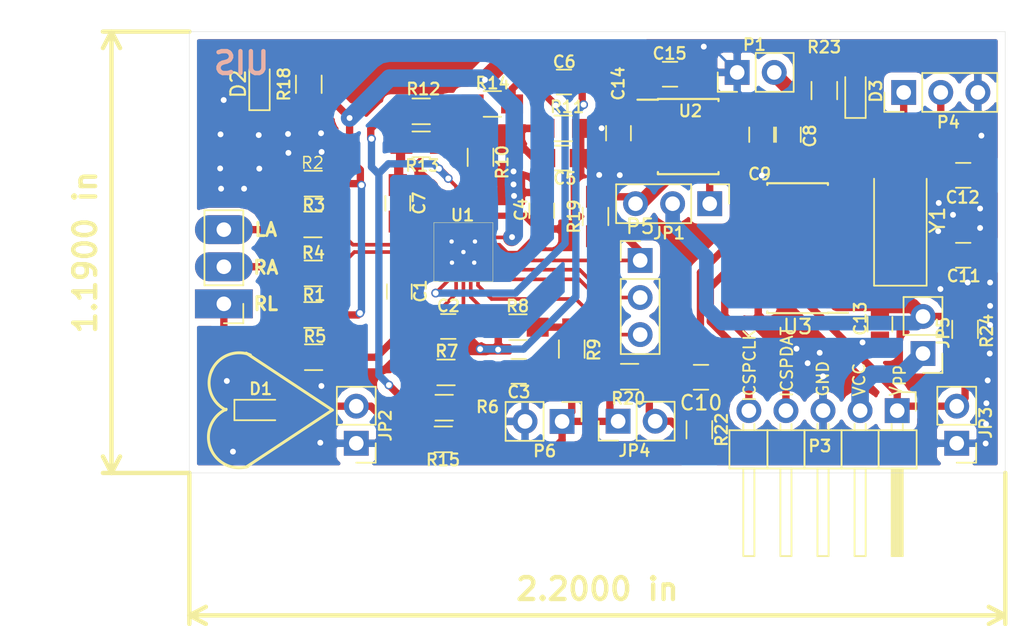
<source format=kicad_pcb>
(kicad_pcb (version 4) (host pcbnew 4.0.2-stable)
  (layers (0 F.Cu signal) (31 B.Cu signal) (34 B.Paste user) (35 F.Paste user) (36 B.SilkS user) (37 F.SilkS user) (38 B.Mask user) (39 F.Mask user) (44 Edge.Cuts user))
  (net 0 "")
  (net 1 /REFOUT)
  (net 2 /SW)
  (net 3 "Net-(C7-Pad1)")
  (net 4 "Net-(C7-Pad2)")
  (net 5 "Net-(D1-Pad2)")
  (net 6 "Net-(R3-Pad2)")
  (net 7 "Net-(R4-Pad2)")
  (net 8 /IAOUT)
  (net 9 /OPAMP+)
  (net 10 /SDN)
  (net 11 /LOD+)
  (net 12 /LOD-)
  (net 13 +vs)
  (net 14 RL)
  (net 15 RA)
  (net 16 LA)
  (net 17 /RLDFB)
  (net 18 /RLD)
  (net 19 /OUT_ANALOG)
  (net 20 "Net-(C3-Pad2)")
  (net 21 /GND)
  (net 22 /REFIN)
  (net 23 ADC)
  (net 24 "Net-(C11-Pad2)")
  (net 25 "Net-(C12-Pad2)")
  (net 26 /+5V)
  (net 27 "Net-(D2-Pad2)")
  (net 28 "Net-(D3-Pad2)")
  (net 29 "Net-(JP4-Pad2)")
  (net 30 /ICSPCLK)
  (net 31 /ICSPDAT)
  (net 32 /MCLR/Vpp)
  (net 33 /O_DIG1)
  (net 34 /O_DIG2)
  (net 35 "Net-(R8-Pad2)")
  (net 36 "Net-(R12-Pad2)")
  (net 37 /VCC_PIC)
  (net 38 "Net-(C14-Pad1)")
  (net 39 /VCC)
  (module Resistors_SMD:R_0805_HandSoldering (layer F.Cu) (at 137.541 93.5736 90)
    (fp_text reference R10 (at -0.3302 1.4859 90) (layer F.SilkS) (effects (font (size 0.8 0.8))))
    (fp_text value 10M)
    (pad 1 smd rect (at -1.35 0 90) (size 1.5 1.3) (layers F.Cu F.Paste F.Mask) (net 13 +vs))
    (pad 2 smd rect (at 1.35 0 90) (size 1.5 1.3) (layers F.Cu F.Paste F.Mask) (net 22 /REFIN))
  )
  (module Huellas:AD8232_ECG (layer F.Cu) (at 134.62 99.06)
    (fp_text reference U1 (at 1.6891 -1.524) (layer F.SilkS) (effects (font (size 0.8 0.8))))
    (fp_text value AD8232_A)
    (pad 1 smd rect (at 0 0) (size 0.5 0.25) (layers F.Cu F.Paste F.Mask) (net 4 "Net-(C7-Pad2)"))
    (pad 2 smd rect (at 0 0.5) (size 0.5 0.25) (layers F.Cu F.Paste F.Mask) (net 6 "Net-(R3-Pad2)"))
    (pad 3 smd rect (at 0 1) (size 0.5 0.25) (layers F.Cu F.Paste F.Mask) (net 7 "Net-(R4-Pad2)"))
    (pad 4 smd rect (at 0 1.5) (size 0.5 0.25) (layers F.Cu F.Paste F.Mask) (net 17 /RLDFB))
    (pad 5 smd rect (at 0 2) (size 0.5 0.25) (layers F.Cu F.Paste F.Mask) (net 18 /RLD))
    (pad 6 smd rect (at 0.75 2.75) (size 0.25 0.5) (layers F.Cu F.Paste F.Mask) (net 2 /SW))
    (pad 21 smd rect (at 1.75 1) (size 2.5 2.5) (layers F.Cu F.Paste F.Mask) (net 21 /GND))
    (pad 7 smd rect (at 1.25 2.75) (size 0.25 0.5) (layers F.Cu F.Paste F.Mask) (net 9 /OPAMP+))
    (pad 8 smd rect (at 1.75 2.75) (size 0.25 0.5) (layers F.Cu F.Paste F.Mask) (net 1 /REFOUT))
    (pad 9 smd rect (at 2.25 2.75) (size 0.25 0.5) (layers F.Cu F.Paste F.Mask) (net 35 "Net-(R8-Pad2)"))
    (pad 10 smd rect (at 2.75 2.75) (size 0.25 0.5) (layers F.Cu F.Paste F.Mask) (net 19 /OUT_ANALOG))
    (pad 11 smd rect (at 3.5 2) (size 0.5 0.25) (layers F.Cu F.Paste F.Mask) (net 12 /LOD-))
    (pad 12 smd rect (at 3.5 1.5) (size 0.5 0.25) (layers F.Cu F.Paste F.Mask) (net 11 /LOD+))
    (pad 13 smd rect (at 3.5 1) (size 0.5 0.25) (layers F.Cu F.Paste F.Mask) (net 10 /SDN))
    (pad 14 smd rect (at 3.5 0.5) (size 0.5 0.25) (layers F.Cu F.Paste F.Mask) (net 21 /GND))
    (pad 15 smd rect (at 3.5 0) (size 0.5 0.25) (layers F.Cu F.Paste F.Mask) (net 13 +vs))
    (pad 16 smd rect (at 2.75 -0.75) (size 0.25 0.5) (layers F.Cu F.Paste F.Mask) (net 21 /GND))
    (pad 17 smd rect (at 2.25 -0.75) (size 0.25 0.5) (layers F.Cu F.Paste F.Mask) (net 13 +vs))
    (pad 18 smd rect (at 1.75 -0.75) (size 0.25 0.5) (layers F.Cu F.Paste F.Mask) (net 22 /REFIN))
    (pad 19 smd rect (at 1.25 -0.75) (size 0.25 0.5) (layers F.Cu F.Paste F.Mask) (net 8 /IAOUT))
    (pad 20 smd rect (at 0.75 -0.75) (size 0.25 0.5) (layers F.Cu F.Paste F.Mask) (net 3 "Net-(C7-Pad1)"))
  )
  (module LEDs:LED_0805 (layer F.Cu) (at 122.48515 110.87735)
    (fp_text reference D1 (at 0 -1.45) (layer F.SilkS) (effects (font (size 0.8 0.8))))
    (fp_text value LED)
    (pad 2 smd rect (at 1.1 0 180) (size 1.2 1.2) (layers F.Cu F.Paste F.Mask) (net 5 "Net-(D1-Pad2)"))
    (pad 1 smd rect (at -1.1 0 180) (size 1.2 1.2) (layers F.Cu F.Paste F.Mask) (net 21 /GND))
  )
  (module Capacitors_SMD:C_0805_HandSoldering (layer F.Cu) (at 131.9784 102.7684 270)
    (fp_text reference C1 (at -0.0381 -1.4478 270) (layer F.SilkS) (effects (font (size 0.8 0.8))))
    (fp_text value 1nF)
    (pad 1 smd rect (at -1.25 0 270) (size 1.5 1.25) (layers F.Cu F.Paste F.Mask) (net 17 /RLDFB))
    (pad 2 smd rect (at 1.25 0 270) (size 1.5 1.25) (layers F.Cu F.Paste F.Mask) (net 18 /RLD))
  )
  (module Capacitors_SMD:C_0805_HandSoldering (layer F.Cu) (at 135.3312 105.156 180)
    (fp_text reference C2 (at -0.0127 1.4097 180) (layer F.SilkS) (effects (font (size 0.8 0.8))))
    (fp_text value 10nF)
    (pad 1 smd rect (at -1.25 0 180) (size 1.5 1.25) (layers F.Cu F.Paste F.Mask) (net 1 /REFOUT))
    (pad 2 smd rect (at 1.25 0 180) (size 1.5 1.25) (layers F.Cu F.Paste F.Mask) (net 9 /OPAMP+))
  )
  (module Capacitors_SMD:C_0805_HandSoldering (layer F.Cu) (at 140.1572 108.2294 180)
    (fp_text reference C3 (at -0.0127 -1.4224 180) (layer F.SilkS) (effects (font (size 0.8 0.8))))
    (fp_text value 1.5nF)
    (pad 1 smd rect (at -1.25 0 180) (size 1.5 1.25) (layers F.Cu F.Paste F.Mask) (net 19 /OUT_ANALOG))
    (pad 2 smd rect (at 1.25 0 180) (size 1.5 1.25) (layers F.Cu F.Paste F.Mask) (net 20 "Net-(C3-Pad2)"))
  )
  (module Capacitors_SMD:C_0805_HandSoldering (layer F.Cu) (at 141.732 97.2312 90)
    (fp_text reference C4 (at 0.0762 -1.4224 90) (layer F.SilkS) (effects (font (size 0.8 0.8))))
    (fp_text value 0.1uF)
    (pad 1 smd rect (at -1.25 0 90) (size 1.5 1.25) (layers F.Cu F.Paste F.Mask) (net 21 /GND))
    (pad 2 smd rect (at 1.25 0 90) (size 1.5 1.25) (layers F.Cu F.Paste F.Mask) (net 13 +vs))
  )
  (module Capacitors_SMD:C_0805_HandSoldering (layer F.Cu) (at 143.1544 93.6244)
    (fp_text reference C5 (at 0.1651 1.397) (layer F.SilkS) (effects (font (size 0.8 0.8))))
    (fp_text value 0.1uF)
    (pad 1 smd rect (at -1.25 0) (size 1.5 1.25) (layers F.Cu F.Paste F.Mask) (net 22 /REFIN))
    (pad 2 smd rect (at 1.25 0) (size 1.5 1.25) (layers F.Cu F.Paste F.Mask) (net 21 /GND))
  )
  (module Capacitors_SMD:C_0805_HandSoldering (layer F.Cu) (at 143.256 88.4174 180)
    (fp_text reference C6 (at -0.0254 1.3843 180) (layer F.SilkS) (effects (font (size 0.8 0.8))))
    (fp_text value 0.33uF)
    (pad 1 smd rect (at -1.25 0 180) (size 1.5 1.25) (layers F.Cu F.Paste F.Mask) (net 1 /REFOUT))
    (pad 2 smd rect (at 1.25 0 180) (size 1.5 1.25) (layers F.Cu F.Paste F.Mask) (net 2 /SW))
  )
  (module Capacitors_SMD:C_0805_HandSoldering (layer F.Cu) (at 131.8768 96.7232 270)
    (fp_text reference C7 (at -0.0127 -1.4605 270) (layer F.SilkS) (effects (font (size 0.8 0.8))))
    (fp_text value 0.33uF)
    (pad 1 smd rect (at -1.25 0 270) (size 1.5 1.25) (layers F.Cu F.Paste F.Mask) (net 3 "Net-(C7-Pad1)"))
    (pad 2 smd rect (at 1.25 0 270) (size 1.5 1.25) (layers F.Cu F.Paste F.Mask) (net 4 "Net-(C7-Pad2)"))
  )
  (module Resistors_SMD:R_0805_HandSoldering (layer F.Cu) (at 126.0602 104.3686 180)
    (fp_text reference R1 (at -0.0762 1.3716 180) (layer F.SilkS) (effects (font (size 0.8 0.8))))
    (fp_text value 10M)
    (pad 1 smd rect (at -1.35 0 180) (size 1.5 1.3) (layers F.Cu F.Paste F.Mask) (net 13 +vs))
    (pad 2 smd rect (at 1.35 0 180) (size 1.5 1.3) (layers F.Cu F.Paste F.Mask) (net 15 RA))
  )
  (module Resistors_SMD:R_0805_HandSoldering (layer F.Cu) (at 126.0856 95.377 180)
    (fp_text reference R2 (at 0.0508 1.4224 180) (layer F.SilkS) (effects (font (size 0.8 0.8) (thickness 0.1))))
    (fp_text value 10M)
    (pad 1 smd rect (at -1.35 0 180) (size 1.5 1.3) (layers F.Cu F.Paste F.Mask) (net 13 +vs))
    (pad 2 smd rect (at 1.35 0 180) (size 1.5 1.3) (layers F.Cu F.Paste F.Mask) (net 16 LA))
  )
  (module Resistors_SMD:R_0805_HandSoldering (layer F.Cu) (at 126.0602 98.171)
    (fp_text reference R3 (at 0.0635 -1.3208) (layer F.SilkS) (effects (font (size 0.8 0.8))))
    (fp_text value 180K)
    (pad 1 smd rect (at -1.35 0) (size 1.5 1.3) (layers F.Cu F.Paste F.Mask) (net 16 LA))
    (pad 2 smd rect (at 1.35 0) (size 1.5 1.3) (layers F.Cu F.Paste F.Mask) (net 6 "Net-(R3-Pad2)"))
  )
  (module Resistors_SMD:R_0805_HandSoldering (layer F.Cu) (at 126.0856 101.5238)
    (fp_text reference R4 (at 0.0127 -1.4097) (layer F.SilkS) (effects (font (size 0.8 0.8))))
    (fp_text value 180K)
    (pad 1 smd rect (at -1.35 0) (size 1.5 1.3) (layers F.Cu F.Paste F.Mask) (net 15 RA))
    (pad 2 smd rect (at 1.35 0) (size 1.5 1.3) (layers F.Cu F.Paste F.Mask) (net 7 "Net-(R4-Pad2)"))
  )
  (module Resistors_SMD:R_0805_HandSoldering (layer F.Cu) (at 126.111 107.2642)
    (fp_text reference R5 (at 0.0889 -1.4224) (layer F.SilkS) (effects (font (size 0.8 0.8))))
    (fp_text value 360K)
    (pad 1 smd rect (at -1.35 0) (size 1.5 1.3) (layers F.Cu F.Paste F.Mask) (net 14 RL))
    (pad 2 smd rect (at 1.35 0) (size 1.5 1.3) (layers F.Cu F.Paste F.Mask) (net 18 /RLD))
  )
  (module Resistors_SMD:R_0805_HandSoldering (layer F.Cu) (at 135.0518 110.7186)
    (fp_text reference R6 (at 2.9718 -0.0508) (layer F.SilkS) (effects (font (size 0.8 0.8))))
    (fp_text value 1M)
    (pad 1 smd rect (at -1.35 0) (size 1.5 1.3) (layers F.Cu F.Paste F.Mask) (net 8 /IAOUT))
    (pad 2 smd rect (at 1.35 0) (size 1.5 1.3) (layers F.Cu F.Paste F.Mask) (net 20 "Net-(C3-Pad2)"))
  )
  (module Resistors_SMD:R_0805_HandSoldering (layer F.Cu) (at 135.1788 108.3056)
    (fp_text reference R7 (at 0.0508 -1.4605) (layer F.SilkS) (effects (font (size 0.8 0.8))))
    (fp_text value 1M)
    (pad 1 smd rect (at -1.35 0) (size 1.5 1.3) (layers F.Cu F.Paste F.Mask) (net 9 /OPAMP+))
    (pad 2 smd rect (at 1.35 0) (size 1.5 1.3) (layers F.Cu F.Paste F.Mask) (net 20 "Net-(C3-Pad2)"))
  )
  (module Resistors_SMD:R_0805_HandSoldering (layer F.Cu) (at 140.1064 105.2068)
    (fp_text reference R8 (at -0.0254 -1.4478) (layer F.SilkS) (effects (font (size 0.8 0.8))))
    (fp_text value 100K)
    (pad 1 smd rect (at -1.35 0) (size 1.5 1.3) (layers F.Cu F.Paste F.Mask) (net 1 /REFOUT))
    (pad 2 smd rect (at 1.35 0) (size 1.5 1.3) (layers F.Cu F.Paste F.Mask) (net 35 "Net-(R8-Pad2)"))
  )
  (module Resistors_SMD:R_0805_HandSoldering (layer F.Cu) (at 143.7894 106.7054 270)
    (fp_text reference R9 (at 0.0508 -1.524 270) (layer F.SilkS) (effects (font (size 0.8 0.8))))
    (fp_text value 1M)
    (pad 1 smd rect (at -1.35 0 270) (size 1.5 1.3) (layers F.Cu F.Paste F.Mask) (net 35 "Net-(R8-Pad2)"))
    (pad 2 smd rect (at 1.35 0 270) (size 1.5 1.3) (layers F.Cu F.Paste F.Mask) (net 19 /OUT_ANALOG))
  )
  (module Resistors_SMD:R_0805_HandSoldering (layer F.Cu) (at 143.2052 91.5924)
    (fp_text reference R11 (at 0.2667 -1.4732) (layer F.SilkS) (effects (font (size 0.8 0.8))))
    (fp_text value 10M)
    (pad 1 smd rect (at -1.35 0) (size 1.5 1.3) (layers F.Cu F.Paste F.Mask) (net 22 /REFIN))
    (pad 2 smd rect (at 1.35 0) (size 1.5 1.3) (layers F.Cu F.Paste F.Mask) (net 21 /GND))
  )
  (module Resistors_SMD:R_0805_HandSoldering (layer F.Cu) (at 133.477 90.424)
    (fp_text reference R12 (at 0.1524 -1.524) (layer F.SilkS) (effects (font (size 0.8 0.8))))
    (fp_text value 10M)
    (pad 1 smd rect (at -1.35 0) (size 1.5 1.3) (layers F.Cu F.Paste F.Mask) (net 8 /IAOUT))
    (pad 2 smd rect (at 1.35 0) (size 1.5 1.3) (layers F.Cu F.Paste F.Mask) (net 36 "Net-(R12-Pad2)"))
  )
  (module Resistors_SMD:R_0805_HandSoldering (layer F.Cu) (at 133.477 92.6846 180)
    (fp_text reference R13 (at -0.0762 -1.4478 180) (layer F.SilkS) (effects (font (size 0.8 0.8))))
    (fp_text value 10M)
    (pad 1 smd rect (at -1.35 0 180) (size 1.5 1.3) (layers F.Cu F.Paste F.Mask) (net 36 "Net-(R12-Pad2)"))
    (pad 2 smd rect (at 1.35 0 180) (size 1.5 1.3) (layers F.Cu F.Paste F.Mask) (net 3 "Net-(C7-Pad1)"))
  )
  (module Resistors_SMD:R_0805_HandSoldering (layer F.Cu) (at 138.3538 89.916)
    (fp_text reference R14 (at 0.0127 -1.4224) (layer F.SilkS) (effects (font (size 0.8 0.8))))
    (fp_text value 1.4M)
    (pad 1 smd rect (at -1.35 0) (size 1.5 1.3) (layers F.Cu F.Paste F.Mask) (net 36 "Net-(R12-Pad2)"))
    (pad 2 smd rect (at 1.35 0) (size 1.5 1.3) (layers F.Cu F.Paste F.Mask) (net 2 /SW))
  )
  (module Resistors_SMD:R_0805_HandSoldering (layer F.Cu) (at 134.9883 112.8903 180)
    (fp_text reference R15 (at 0.0127 -1.4097 180) (layer F.SilkS) (effects (font (size 0.8 0.8))))
    (fp_text value 1K)
    (pad 1 smd rect (at -1.35 0 180) (size 1.5 1.3) (layers F.Cu F.Paste F.Mask) (net 19 /OUT_ANALOG))
    (pad 2 smd rect (at 1.35 0 180) (size 1.5 1.3) (layers F.Cu F.Paste F.Mask) (net 5 "Net-(D1-Pad2)"))
  )
  (module Huellas:Pin_Header_Straight_1x03_Pitch2.54mm (layer F.Cu) (at 119.9642 103.6066 180)
    (fp_text reference P2 hide)
    (fp_text value CONN_01X03 hide)
    (pad 1 thru_hole rect (at 0 0 180) (size 3.96 1.98) (drill 1) (layers *.Cu *.Mask) (net 14 RL))
    (pad 2 thru_hole oval (at 0 2.54 180) (size 3.96 1.98) (drill 1) (layers *.Cu *.Mask) (net 15 RA))
    (pad 3 thru_hole oval (at 0 5.08 180) (size 3.96 1.98) (drill 1) (layers *.Cu *.Mask) (net 16 LA))
  )
  (module Resistors_SMD:R_0805_HandSoldering (layer F.Cu) (at 125.7808 88.5698 90)
    (fp_text reference R18 (at 0 -1.7 90) (layer F.SilkS) (effects (font (size 0.8 0.8))))
    (fp_text value 1K)
    (pad 1 smd rect (at -1.35 0 90) (size 1.5 1.3) (layers F.Cu F.Paste F.Mask) (net 13 +vs))
    (pad 2 smd rect (at 1.35 0 90) (size 1.5 1.3) (layers F.Cu F.Paste F.Mask) (net 27 "Net-(D2-Pad2)"))
  )
  (module Capacitors_SMD:C_0805_HandSoldering (layer F.Cu) (at 158.623 92.0242 270)
    (fp_text reference C8 (at 0.0889 -1.4732 270) (layer F.SilkS) (effects (font (size 0.8 0.8))))
    (fp_text value 10uF)
    (pad 1 smd rect (at -1.25 0 270) (size 1.5 1.25) (layers F.Cu F.Paste F.Mask) (net 26 /+5V))
    (pad 2 smd rect (at 1.25 0 270) (size 1.5 1.25) (layers F.Cu F.Paste F.Mask) (net 21 /GND))
  )
  (module Capacitors_SMD:C_0805_HandSoldering (layer F.Cu) (at 156.7942 92.0242 270)
    (fp_text reference C9 (at 2.6924 0.1397 360) (layer F.SilkS) (effects (font (size 0.8 0.8))))
    (fp_text value 0.1uF)
    (pad 1 smd rect (at -1.25 0 270) (size 1.5 1.25) (layers F.Cu F.Paste F.Mask) (net 26 /+5V))
    (pad 2 smd rect (at 1.25 0 270) (size 1.5 1.25) (layers F.Cu F.Paste F.Mask) (net 21 /GND))
  )
  (module Capacitors_SMD:C_0805_HandSoldering (layer F.Cu) (at 152.6413 108.6358 180)
    (fp_text reference C10 (at 0 -1.75 180) (layer F.SilkS))
    (fp_text value 0.1uF)
    (pad 1 smd rect (at -1.25 0 180) (size 1.5 1.25) (layers F.Cu F.Paste F.Mask) (net 23 ADC))
    (pad 2 smd rect (at 1.25 0 180) (size 1.5 1.25) (layers F.Cu F.Paste F.Mask) (net 21 /GND))
  )
  (module Capacitors_SMD:C_0805_HandSoldering (layer F.Cu) (at 170.5991 100.2792 180)
    (fp_text reference C11 (at -0.0381 -1.4224 180) (layer F.SilkS) (effects (font (size 0.8 0.8))))
    (fp_text value 22pF)
    (pad 1 smd rect (at -1.25 0 180) (size 1.5 1.25) (layers F.Cu F.Paste F.Mask) (net 21 /GND))
    (pad 2 smd rect (at 1.25 0 180) (size 1.5 1.25) (layers F.Cu F.Paste F.Mask) (net 24 "Net-(C11-Pad2)"))
  )
  (module Capacitors_SMD:C_0805_HandSoldering (layer F.Cu) (at 170.5991 94.8055 180)
    (fp_text reference C12 (at 0.0381 -1.5113 180) (layer F.SilkS) (effects (font (size 0.8 0.8))))
    (fp_text value 22pF)
    (pad 1 smd rect (at -1.25 0 180) (size 1.5 1.25) (layers F.Cu F.Paste F.Mask) (net 21 /GND))
    (pad 2 smd rect (at 1.25 0 180) (size 1.5 1.25) (layers F.Cu F.Paste F.Mask) (net 25 "Net-(C12-Pad2)"))
  )
  (module Capacitors_SMD:C_0805_HandSoldering (layer F.Cu) (at 164.8968 105.0036 270)
    (fp_text reference C13 (at -0.381 1.3462 270) (layer F.SilkS) (effects (font (size 0.8 0.8))))
    (fp_text value 0.1uF)
    (pad 1 smd rect (at -1.25 0 270) (size 1.5 1.25) (layers F.Cu F.Paste F.Mask) (net 37 /VCC_PIC))
    (pad 2 smd rect (at 1.25 0 270) (size 1.5 1.25) (layers F.Cu F.Paste F.Mask) (net 21 /GND))
  )
  (module LEDs:LED_0805 (layer F.Cu) (at 122.4026 88.5444 90)
    (fp_text reference D2 (at 0 -1.45 90) (layer F.SilkS))
    (fp_text value LED)
    (pad 2 smd rect (at 1.1 0 270) (size 1.2 1.2) (layers F.Cu F.Paste F.Mask) (net 27 "Net-(D2-Pad2)"))
    (pad 1 smd rect (at -1.1 0 270) (size 1.2 1.2) (layers F.Cu F.Paste F.Mask) (net 21 /GND))
  )
  (module LEDs:LED_0805 (layer F.Cu) (at 163.2204 89.0778 90)
    (fp_text reference D3 (at 0.0381 1.397 90) (layer F.SilkS) (effects (font (size 0.8 0.8))))
    (fp_text value LED)
    (pad 2 smd rect (at 1.1 0 270) (size 1.2 1.2) (layers F.Cu F.Paste F.Mask) (net 28 "Net-(D3-Pad2)"))
    (pad 1 smd rect (at -1.1 0 270) (size 1.2 1.2) (layers F.Cu F.Paste F.Mask) (net 21 /GND))
  )
  (module Pin_Headers:Pin_Header_Straight_1x02_Pitch2.54mm (layer F.Cu) (at 129.032 113.157 180)
    (fp_text reference JP2 (at -1.9939 1.2192 270) (layer F.SilkS) (effects (font (size 0.8 0.8))))
    (fp_text value LATIDOS_ECG)
    (pad 1 thru_hole rect (at 0 0 180) (size 1.7 1.7) (drill 1) (layers *.Cu *.Mask) (net 21 /GND))
    (pad 2 thru_hole oval (at 0 2.54 180) (size 1.7 1.7) (drill 1) (layers *.Cu *.Mask) (net 5 "Net-(D1-Pad2)"))
  )
  (module Pin_Headers:Pin_Header_Straight_1x02_Pitch2.54mm (layer F.Cu) (at 170.1546 113.157 180)
    (fp_text reference JP3 (at -1.9812 1.4097 270) (layer F.SilkS) (effects (font (size 0.8 0.8))))
    (fp_text value RESET_PIC)
    (pad 1 thru_hole rect (at 0 0 180) (size 1.7 1.7) (drill 1) (layers *.Cu *.Mask) (net 21 /GND))
    (pad 2 thru_hole oval (at 0 2.54 180) (size 1.7 1.7) (drill 1) (layers *.Cu *.Mask) (net 32 /MCLR/Vpp))
  )
  (module Pin_Headers:Pin_Header_Straight_1x02_Pitch2.54mm (layer F.Cu) (at 146.9644 111.6457 90)
    (fp_text reference JP4 (at -2.0193 1.1176 180) (layer F.SilkS) (effects (font (size 0.8 0.8))))
    (fp_text value PASO_A/D)
    (pad 1 thru_hole rect (at 0 0 90) (size 1.7 1.7) (drill 1) (layers *.Cu *.Mask) (net 19 /OUT_ANALOG))
    (pad 2 thru_hole oval (at 0 2.54 90) (size 1.7 1.7) (drill 1) (layers *.Cu *.Mask) (net 29 "Net-(JP4-Pad2)"))
  )
  (module Pin_Headers:Pin_Header_Angled_1x05_Pitch2.54mm (layer F.Cu) (at 166.0779 110.9218 270)
    (fp_text reference P3 (at 2.4257 5.2959 360) (layer F.SilkS) (effects (font (size 0.8 0.8))))
    (fp_text value CONN_01X05)
    (pad 1 thru_hole rect (at 0 0 270) (size 1.7 1.7) (drill 1) (layers *.Cu *.Mask) (net 32 /MCLR/Vpp))
    (pad 2 thru_hole oval (at 0 2.54 270) (size 1.7 1.7) (drill 1) (layers *.Cu *.Mask) (net 39 /VCC))
    (pad 3 thru_hole oval (at 0 5.08 270) (size 1.7 1.7) (drill 1) (layers *.Cu *.Mask) (net 21 /GND))
    (pad 4 thru_hole oval (at 0 7.62 270) (size 1.7 1.7) (drill 1) (layers *.Cu *.Mask) (net 31 /ICSPDAT))
    (pad 5 thru_hole oval (at 0 10.16 270) (size 1.7 1.7) (drill 1) (layers *.Cu *.Mask) (net 30 /ICSPCLK))
  )
  (module Resistors_SMD:R_0805_HandSoldering (layer F.Cu) (at 145.415 97.6249 90)
    (fp_text reference R19 (at 0 -1.4732 90) (layer F.SilkS) (effects (font (size 0.8 0.8))))
    (fp_text value 10K hide)
    (pad 1 smd rect (at -1.35 0 90) (size 1.5 1.3) (layers F.Cu F.Paste F.Mask) (net 10 /SDN))
    (pad 2 smd rect (at 1.35 0 90) (size 1.5 1.3) (layers F.Cu F.Paste F.Mask) (net 13 +vs))
  )
  (module Resistors_SMD:R_0805_HandSoldering (layer F.Cu) (at 147.7518 108.5977 180)
    (fp_text reference R20 (at 0.0889 -1.4859 180) (layer F.SilkS) (effects (font (size 0.8 0.8))))
    (fp_text value 000)
    (pad 1 smd rect (at -1.35 0 180) (size 1.5 1.3) (layers F.Cu F.Paste F.Mask) (net 29 "Net-(JP4-Pad2)"))
    (pad 2 smd rect (at 1.35 0 180) (size 1.5 1.3) (layers F.Cu F.Paste F.Mask) (net 19 /OUT_ANALOG))
  )
  (module Resistors_SMD:R_0805_HandSoldering (layer F.Cu) (at 152.527 112.2299 270)
    (fp_text reference R22 (at 0 -1.524 270) (layer F.SilkS) (effects (font (size 0.8 0.8))))
    (fp_text value 1K)
    (pad 1 smd rect (at -1.35 0 270) (size 1.5 1.3) (layers F.Cu F.Paste F.Mask) (net 23 ADC))
    (pad 2 smd rect (at 1.35 0 270) (size 1.5 1.3) (layers F.Cu F.Paste F.Mask) (net 29 "Net-(JP4-Pad2)"))
  )
  (module Resistors_SMD:R_0805_HandSoldering (layer F.Cu) (at 161.0868 89.0016 90)
    (fp_text reference R23 (at 2.9718 -0.0127 180) (layer F.SilkS) (effects (font (size 0.8 0.8))))
    (fp_text value 470R)
    (pad 1 smd rect (at -1.35 0 90) (size 1.5 1.3) (layers F.Cu F.Paste F.Mask) (net 26 /+5V))
    (pad 2 smd rect (at 1.35 0 90) (size 1.5 1.3) (layers F.Cu F.Paste F.Mask) (net 28 "Net-(D3-Pad2)"))
  )
  (module Resistors_SMD:R_0805_HandSoldering (layer F.Cu) (at 170.7261 105.3592 270)
    (fp_text reference R24 (at 0.1016 -1.4859 270) (layer F.SilkS) (effects (font (size 0.8 0.8))))
    (fp_text value 10K)
    (pad 1 smd rect (at -1.35 0 270) (size 1.5 1.3) (layers F.Cu F.Paste F.Mask) (net 37 /VCC_PIC))
    (pad 2 smd rect (at 1.35 0 270) (size 1.5 1.3) (layers F.Cu F.Paste F.Mask) (net 32 /MCLR/Vpp))
  )
  (module Housings_SOIC:SOIC-14_3.9x8.7mm_Pitch1.27mm (layer F.Cu) (at 159.258 99.7966 180)
    (fp_text reference U3 (at 0 -5.375 180) (layer F.SilkS))
    (fp_text value PIC16F688)
    (pad 1 smd rect (at -2.7 -3.81 180) (size 1.5 0.6) (layers F.Cu F.Paste F.Mask) (net 37 /VCC_PIC))
    (pad 2 smd rect (at -2.7 -2.54 180) (size 1.5 0.6) (layers F.Cu F.Paste F.Mask) (net 24 "Net-(C11-Pad2)"))
    (pad 3 smd rect (at -2.7 -1.27 180) (size 1.5 0.6) (layers F.Cu F.Paste F.Mask) (net 25 "Net-(C12-Pad2)"))
    (pad 4 smd rect (at -2.7 0 180) (size 1.5 0.6) (layers F.Cu F.Paste F.Mask) (net 32 /MCLR/Vpp))
    (pad 5 smd rect (at -2.7 1.27 180) (size 1.5 0.6) (layers F.Cu F.Paste F.Mask))
    (pad 6 smd rect (at -2.7 2.54 180) (size 1.5 0.6) (layers F.Cu F.Paste F.Mask))
    (pad 7 smd rect (at -2.7 3.81 180) (size 1.5 0.6) (layers F.Cu F.Paste F.Mask) (net 34 /O_DIG2))
    (pad 8 smd rect (at 2.7 3.81 180) (size 1.5 0.6) (layers F.Cu F.Paste F.Mask) (net 33 /O_DIG1))
    (pad 9 smd rect (at 2.7 2.54 180) (size 1.5 0.6) (layers F.Cu F.Paste F.Mask))
    (pad 10 smd rect (at 2.7 1.27 180) (size 1.5 0.6) (layers F.Cu F.Paste F.Mask))
    (pad 11 smd rect (at 2.7 0 180) (size 1.5 0.6) (layers F.Cu F.Paste F.Mask) (net 23 ADC))
    (pad 12 smd rect (at 2.7 -1.27 180) (size 1.5 0.6) (layers F.Cu F.Paste F.Mask) (net 30 /ICSPCLK))
    (pad 13 smd rect (at 2.7 -2.54 180) (size 1.5 0.6) (layers F.Cu F.Paste F.Mask) (net 31 /ICSPDAT))
    (pad 14 smd rect (at 2.7 -3.81 180) (size 1.5 0.6) (layers F.Cu F.Paste F.Mask) (net 21 /GND))
  )
  (module Crystals:Crystal_SMD_Abracon_ABM3-2pin_5.0x3.2mm_HandSoldering (layer F.Cu) (at 166.2938 97.7392 90)
    (fp_text reference Y1 (at -0.127 2.54 90) (layer F.SilkS))
    (fp_text value Crystal_8MHz)
    (pad 1 smd rect (at -2.7625 0 90) (size 3.325 2.4) (layers F.Cu F.Paste F.Mask) (net 24 "Net-(C11-Pad2)"))
    (pad 2 smd rect (at 2.7625 0 90) (size 3.325 2.4) (layers F.Cu F.Paste F.Mask) (net 25 "Net-(C12-Pad2)"))
  )
  (module Capacitors_SMD:C_0805_HandSoldering (layer F.Cu) (at 146.9898 91.9226 90)
    (fp_text reference C14 (at 3.4036 -0.0127 90) (layer F.SilkS) (effects (font (size 0.8 0.8))))
    (fp_text value 0.1uF)
    (pad 1 smd rect (at -1.25 0 90) (size 1.5 1.25) (layers F.Cu F.Paste F.Mask) (net 38 "Net-(C14-Pad1)"))
    (pad 2 smd rect (at 1.25 0 90) (size 1.5 1.25) (layers F.Cu F.Paste F.Mask) (net 13 +vs))
  )
  (module Capacitors_SMD:C_0805_HandSoldering (layer F.Cu) (at 150.5204 87.884)
    (fp_text reference C15 (at -0.0254 -1.4224) (layer F.SilkS) (effects (font (size 0.8 0.8))))
    (fp_text value 4.7uF)
    (pad 1 smd rect (at -1.25 0) (size 1.5 1.25) (layers F.Cu F.Paste F.Mask) (net 13 +vs))
    (pad 2 smd rect (at 1.25 0) (size 1.5 1.25) (layers F.Cu F.Paste F.Mask) (net 21 /GND))
  )
  (module Pin_Headers:Pin_Header_Straight_1x03_Pitch2.54mm (layer F.Cu) (at 153.2382 96.7486 270)
    (fp_text reference JP1 (at 2.0193 2.7813 360) (layer F.SilkS) (effects (font (size 0.8 0.8))))
    (fp_text value ALIMEN_PIC)
    (pad 1 thru_hole rect (at 0 0 270) (size 1.7 1.7) (drill 1) (layers *.Cu *.Mask) (net 26 /+5V))
    (pad 2 thru_hole oval (at 0 2.54 270) (size 1.7 1.7) (drill 1) (layers *.Cu *.Mask) (net 37 /VCC_PIC))
    (pad 3 thru_hole oval (at 0 5.08 270) (size 1.7 1.7) (drill 1) (layers *.Cu *.Mask) (net 13 +vs))
  )
  (module Housings_SOIC:SOIC-8_3.9x4.9mm_Pitch1.27mm (layer F.Cu) (at 151.765 92.1512)
    (fp_text reference U2 (at 0.1524 -1.7526) (layer F.SilkS) (effects (font (size 0.8 0.8))))
    (fp_text value ADP3303-3.3)
    (pad 1 smd rect (at -2.7 -1.905) (size 1.55 0.6) (layers F.Cu F.Paste F.Mask) (net 13 +vs))
    (pad 2 smd rect (at -2.7 -0.635) (size 1.55 0.6) (layers F.Cu F.Paste F.Mask) (net 13 +vs))
    (pad 3 smd rect (at -2.7 0.635) (size 1.55 0.6) (layers F.Cu F.Paste F.Mask) (net 38 "Net-(C14-Pad1)"))
    (pad 4 smd rect (at -2.7 1.905) (size 1.55 0.6) (layers F.Cu F.Paste F.Mask) (net 21 /GND))
    (pad 5 smd rect (at 2.7 1.905) (size 1.55 0.6) (layers F.Cu F.Paste F.Mask) (net 26 /+5V))
    (pad 6 smd rect (at 2.7 0.635) (size 1.55 0.6) (layers F.Cu F.Paste F.Mask))
    (pad 7 smd rect (at 2.7 -0.635) (size 1.55 0.6) (layers F.Cu F.Paste F.Mask) (net 26 /+5V))
    (pad 8 smd rect (at 2.7 -1.905) (size 1.55 0.6) (layers F.Cu F.Paste F.Mask) (net 26 /+5V))
  )
  (module Pin_Headers:Pin_Header_Straight_1x02_Pitch2.54mm (layer F.Cu) (at 167.8432 107.0102 180)
    (fp_text reference JP5 (at -1.3843 1.4224 270) (layer F.SilkS) (effects (font (size 0.8 0.8))))
    (fp_text value ALIMENT_PIC-KIT)
    (pad 1 thru_hole rect (at 0 0 180) (size 1.7 1.7) (drill 1) (layers *.Cu *.Mask) (net 39 /VCC))
    (pad 2 thru_hole oval (at 0 2.54 180) (size 1.7 1.7) (drill 1) (layers *.Cu *.Mask) (net 37 /VCC_PIC))
  )
  (module Pin_Headers:Pin_Header_Straight_1x02_Pitch2.54mm (layer F.Cu) (at 155.1178 87.757 90)
    (fp_text reference P1 (at 1.905 1.1811 180) (layer F.SilkS) (effects (font (size 0.8 0.8))))
    (fp_text value CONN_01X02)
    (pad 1 thru_hole rect (at 0 0 90) (size 1.7 1.7) (drill 1) (layers *.Cu *.Mask) (net 21 /GND))
    (pad 2 thru_hole oval (at 0 2.54 90) (size 1.7 1.7) (drill 1) (layers *.Cu *.Mask) (net 26 /+5V))
  )
  (module Pin_Headers:Pin_Header_Straight_1x02_Pitch2.54mm (layer F.Cu) (at 143.129 111.6584 270)
    (fp_text reference P6 (at 2.032 1.1938 360) (layer F.SilkS) (effects (font (size 0.8 0.8))))
    (fp_text value CONN_01X02)
    (pad 1 thru_hole rect (at 0 0 270) (size 1.7 1.7) (drill 1) (layers *.Cu *.Mask) (net 19 /OUT_ANALOG))
    (pad 2 thru_hole oval (at 0 2.54 270) (size 1.7 1.7) (drill 1) (layers *.Cu *.Mask) (net 21 /GND))
  )
  (module Pin_Headers:Pin_Header_Straight_1x03_Pitch2.54mm (layer F.Cu) (at 166.5224 89.1286 90)
    (fp_text reference P4 (at -2.0447 3.0607 180) (layer F.SilkS) (effects (font (size 0.8 0.8))))
    (fp_text value CONN_01X03)
    (pad 1 thru_hole rect (at 0 0 90) (size 1.7 1.7) (drill 1) (layers *.Cu *.Mask) (net 33 /O_DIG1))
    (pad 2 thru_hole oval (at 0 2.54 90) (size 1.7 1.7) (drill 1) (layers *.Cu *.Mask) (net 34 /O_DIG2))
    (pad 3 thru_hole oval (at 0 5.08 90) (size 1.7 1.7) (drill 1) (layers *.Cu *.Mask) (net 21 /GND))
  )
  (module Pin_Headers:Pin_Header_Straight_1x03_Pitch2.54mm (layer F.Cu) (at 148.4757 100.6348)
    (fp_text reference P5 (at 0 -2.33) (layer F.SilkS))
    (fp_text value CONN_01X03)
    (pad 1 thru_hole rect (at 0 0) (size 1.7 1.7) (drill 1) (layers *.Cu *.Mask) (net 10 /SDN))
    (pad 2 thru_hole oval (at 0 2.54) (size 1.7 1.7) (drill 1) (layers *.Cu *.Mask) (net 11 /LOD+))
    (pad 3 thru_hole oval (at 0 5.08) (size 1.7 1.7) (drill 1) (layers *.Cu *.Mask) (net 12 /LOD-))
  )
  (gr_text Vpp (at 165.989 108.8644 90) (layer F.SilkS) (effects (font (size 0.8 0.8) (thickness 0.125))))
  (gr_text VCC (at 163.4744 108.8009 90) (layer F.SilkS) (effects (font (size 0.8 0.8) (thickness 0.125))))
  (gr_text GND (at 160.9852 108.7374 90) (layer F.SilkS) (effects (font (size 0.8 0.8) (thickness 0.125))))
  (gr_text ICSPDAT (at 158.5214 107.5817 90) (layer F.SilkS) (effects (font (size 0.8 0.8) (thickness 0.125))))
  (gr_text ICSPCLK (at 155.9687 107.823 90) (layer F.SilkS) (effects (font (size 0.8 0.8) (thickness 0.125))))
  (gr_text UIS (at 121.1707 87.122) (layer B.SilkS) (effects (font (size 1.5 1.5) (thickness 0.3)) (justify mirror)))
  (dimension 30.226 (width 0.3) (layer F.SilkS) (gr_text 30.226mm (at 110.918 100.076 90) (layer F.SilkS) (effects (font (size 1.5 1.5) (thickness 0.3)))) (feature1 (pts (xy 117.602 84.963) (xy 109.568 84.963))) (feature2 (pts (xy 117.602 115.189) (xy 109.568 115.189))) (crossbar (pts (xy 112.268 115.189) (xy 112.268 84.963))) (arrow1a (pts (xy 112.268 84.963) (xy 112.854421 86.089504))) (arrow1b (pts (xy 112.268 84.963) (xy 111.681579 86.089504))) (arrow2a (pts (xy 112.268 115.189) (xy 112.854421 114.062496))) (arrow2b (pts (xy 112.268 115.189) (xy 111.681579 114.062496))))
  (dimension 55.88 (width 0.3) (layer F.SilkS) (gr_text 55.880mm (at 145.542 126.2926) (layer F.SilkS) (effects (font (size 1.5 1.5) (thickness 0.3)))) (feature1 (pts (xy 117.602 115.189) (xy 117.602 127.6426))) (feature2 (pts (xy 173.482 115.189) (xy 173.482 127.6426))) (crossbar (pts (xy 173.482 124.9426) (xy 117.602 124.9426))) (arrow1a (pts (xy 117.602 124.9426) (xy 118.728504 124.356179))) (arrow1b (pts (xy 117.602 124.9426) (xy 118.728504 125.529021))) (arrow2a (pts (xy 173.482 124.9426) (xy 172.355496 124.356179))) (arrow2b (pts (xy 173.482 124.9426) (xy 172.355496 125.529021))))
  (gr_line (start 173.482 115.189) (end 117.602 115.189) (angle 90) (layer Edge.Cuts) (width 0.0254))
  (gr_line (start 173.482 84.963) (end 173.482 115.189) (angle 90) (layer Edge.Cuts) (width 0.0254))
  (gr_line (start 117.602 84.963) (end 173.482 84.963) (angle 90) (layer Edge.Cuts) (width 0.0254))
  (gr_line (start 117.602 115.189) (end 117.602 84.963) (angle 90) (layer Edge.Cuts) (width 0.0254))
  (gr_text RA (at 122.8344 101.1174) (layer F.SilkS) (effects (font (size 0.9 0.9) (thickness 0.2))))
  (gr_text RL (at 122.8344 103.6066) (layer F.SilkS) (effects (font (size 0.9 0.9) (thickness 0.2))))
  (gr_text LA (at 122.8344 98.5266) (layer F.SilkS) (effects (font (size 0.9 0.9) (thickness 0.2))))
  (gr_arc (start 121.01449 109.02569) (end 119.09679 108.25861) (angle 90) (layer F.SilkS) (width 0.2))
  (gr_arc (start 121.00941 109.02315) (end 120.10009 110.86973) (angle 90) (layer F.SilkS) (width 0.2))
  (gr_arc (start 121.01195 112.73155) (end 119.10441 113.62055) (angle 90) (layer F.SilkS) (width 0.2))
  (gr_arc (start 121.01195 112.73155) (end 121.59615 114.75339) (angle 90) (layer F.SilkS) (width 0.2))
  (gr_line (start 127.39575 110.88135) (end 121.49575 106.98135) (angle 90) (layer F.SilkS) (width 0.2))
  (gr_line (start 127.39575 110.88135) (end 121.49575 114.78135) (angle 90) (layer F.SilkS) (width 0.2))
  (segment (start 138.7564 105.2068) (end 138.7564 106.7346) (width 0.5) (layer F.Cu) (net 1))
  (via (at 138.7475 106.7435) (size 0.6) (drill 0.4) (layers F.Cu B.Cu) (net 1))
  (segment (start 138.7564 106.7346) (end 138.7475 106.7435) (width 0.5) (layer F.Cu) (net 1))
  (segment (start 136.37 101.81) (end 136.37 104.9448) (width 0.25) (layer F.Cu) (net 1))
  (segment (start 136.37 104.9448) (end 136.5812 105.156) (width 0.25) (layer F.Cu) (net 1))
  (segment (start 136.5812 105.156) (end 138.7056 105.156) (width 0.5) (layer F.Cu) (net 1))
  (segment (start 138.7056 105.156) (end 138.7564 105.2068) (width 0.25) (layer F.Cu) (net 1))
  (segment (start 144.506 88.4174) (end 144.506 89.8706) (width 0.5) (layer F.Cu) (net 1))
  (segment (start 144.506 89.8706) (end 144.6022 89.9668) (width 0.5) (layer F.Cu) (net 1))
  (via (at 144.6022 89.9668) (size 0.6) (drill 0.4) (layers F.Cu B.Cu) (net 1))
  (segment (start 144.6022 89.9668) (end 144.0688 90.5002) (width 0.5) (layer B.Cu) (net 1))
  (segment (start 144.0688 90.5002) (end 144.0688 103.124) (width 0.5) (layer B.Cu) (net 1))
  (segment (start 144.0688 103.124) (end 140.4874 106.7054) (width 0.5) (layer B.Cu) (net 1))
  (segment (start 140.4874 106.7054) (end 137.5156 106.7054) (width 0.5) (layer B.Cu) (net 1))
  (via (at 137.5156 106.7054) (size 0.6) (drill 0.4) (layers F.Cu B.Cu) (net 1))
  (segment (start 137.5156 106.7054) (end 136.5812 105.771) (width 0.5) (layer F.Cu) (net 1))
  (segment (start 136.5812 105.771) (end 136.5812 105.156) (width 0.25) (layer F.Cu) (net 1))
  (segment (start 139.7038 89.916) (end 139.7038 88.8962) (width 0.5) (layer F.Cu) (net 2))
  (segment (start 140.1826 88.4174) (end 142.006 88.4174) (width 0.5) (layer F.Cu) (net 2))
  (segment (start 139.7038 88.8962) (end 140.1826 88.4174) (width 0.5) (layer F.Cu) (net 2))
  (segment (start 142.006 88.4174) (end 142.006 89.3264) (width 0.5) (layer F.Cu) (net 2))
  (segment (start 142.006 89.3264) (end 142.6972 90.0176) (width 0.5) (layer F.Cu) (net 2))
  (via (at 142.6972 90.0176) (size 0.6) (drill 0.4) (layers F.Cu B.Cu) (net 2))
  (segment (start 142.6972 90.0176) (end 143.3322 90.6526) (width 0.5) (layer B.Cu) (net 2))
  (segment (start 143.3322 90.6526) (end 143.3322 99.4664) (width 0.5) (layer B.Cu) (net 2))
  (segment (start 143.3322 99.4664) (end 139.9286 102.87) (width 0.5) (layer B.Cu) (net 2))
  (segment (start 139.9286 102.87) (end 134.4676 102.87) (width 0.5) (layer B.Cu) (net 2))
  (via (at 134.4676 102.87) (size 0.6) (drill 0.4) (layers F.Cu B.Cu) (net 2))
  (segment (start 134.4676 102.87) (end 135.37 101.9676) (width 0.25) (layer F.Cu) (net 2))
  (segment (start 135.37 101.9676) (end 135.37 101.81) (width 0.25) (layer F.Cu) (net 2))
  (segment (start 132.127 92.6846) (end 132.127 95.223) (width 0.25) (layer F.Cu) (net 3))
  (segment (start 132.127 95.223) (end 131.8768 95.4732) (width 0.25) (layer F.Cu) (net 3))
  (segment (start 131.8768 95.4732) (end 131.8768 92.9348) (width 0.25) (layer F.Cu) (net 3))
  (segment (start 131.8768 92.9348) (end 132.127 92.6846) (width 0.25) (layer F.Cu) (net 3))
  (segment (start 135.37 98.31) (end 135.37 97.016) (width 0.25) (layer F.Cu) (net 3))
  (segment (start 133.8272 95.4732) (end 131.8768 95.4732) (width 0.25) (layer F.Cu) (net 3))
  (segment (start 135.37 97.016) (end 133.8272 95.4732) (width 0.25) (layer F.Cu) (net 3))
  (segment (start 132.5372 92.8154) (end 132.4318 92.71) (width 0.5) (layer F.Cu) (net 3))
  (segment (start 134.62 99.06) (end 132.9636 99.06) (width 0.25) (layer F.Cu) (net 4))
  (segment (start 132.9636 99.06) (end 131.8768 97.9732) (width 0.25) (layer F.Cu) (net 4))
  (segment (start 129.032 110.617) (end 123.8455 110.617) (width 0.5) (layer F.Cu) (net 5))
  (segment (start 123.8455 110.617) (end 123.58515 110.87735) (width 0.5) (layer F.Cu) (net 5))
  (segment (start 133.6383 112.8903) (end 132.3086 112.8903) (width 0.5) (layer F.Cu) (net 5))
  (segment (start 130.0353 110.617) (end 129.032 110.617) (width 0.5) (layer F.Cu) (net 5))
  (segment (start 132.3086 112.8903) (end 130.0353 110.617) (width 0.5) (layer F.Cu) (net 5))
  (segment (start 134.62 99.56) (end 128.7992 99.56) (width 0.25) (layer F.Cu) (net 6))
  (segment (start 128.7992 99.56) (end 127.4102 98.171) (width 0.25) (layer F.Cu) (net 6))
  (segment (start 134.62 100.06) (end 128.8994 100.06) (width 0.25) (layer F.Cu) (net 7))
  (segment (start 128.8994 100.06) (end 127.4356 101.5238) (width 0.25) (layer F.Cu) (net 7))
  (segment (start 130.6068 94.6404) (end 130.4798 94.6404) (width 0.5) (layer B.Cu) (net 8))
  (segment (start 130.4798 94.6404) (end 130.0734 94.234) (width 0.5) (layer B.Cu) (net 8))
  (segment (start 130.0734 94.234) (end 130.0734 92.3036) (width 0.5) (layer B.Cu) (net 8))
  (via (at 130.0734 92.3036) (size 0.6) (drill 0.4) (layers F.Cu B.Cu) (net 8))
  (segment (start 130.0734 92.3036) (end 130.0226 92.2528) (width 0.5) (layer F.Cu) (net 8))
  (segment (start 130.0226 92.2528) (end 130.0226 91.6178) (width 0.5) (layer F.Cu) (net 8))
  (segment (start 130.0226 91.6178) (end 131.2164 90.424) (width 0.5) (layer F.Cu) (net 8))
  (segment (start 131.2164 90.424) (end 132.127 90.424) (width 0.5) (layer F.Cu) (net 8))
  (segment (start 133.7018 110.7186) (end 132.8166 110.7186) (width 0.5) (layer F.Cu) (net 8))
  (segment (start 132.8166 110.7186) (end 131.2672 109.1692) (width 0.5) (layer F.Cu) (net 8))
  (via (at 131.2672 109.1692) (size 0.6) (drill 0.4) (layers F.Cu B.Cu) (net 8))
  (segment (start 131.2672 109.1692) (end 130.5814 108.4834) (width 0.5) (layer B.Cu) (net 8))
  (segment (start 130.5814 108.4834) (end 130.5814 94.6658) (width 0.5) (layer B.Cu) (net 8))
  (segment (start 130.5814 94.6658) (end 130.6068 94.6404) (width 0.5) (layer B.Cu) (net 8))
  (segment (start 131.2291 94.0181) (end 134.3533 94.0181) (width 0.5) (layer B.Cu) (net 8))
  (segment (start 130.6068 94.6404) (end 131.2291 94.0181) (width 0.5) (layer B.Cu) (net 8))
  (segment (start 134.3533 94.0181) (end 134.6962 94.361) (width 0.25) (layer B.Cu) (net 8))
  (segment (start 135.3312 94.996) (end 135.3312 95.0214) (width 0.5) (layer F.Cu) (net 8))
  (via (at 135.3312 95.0214) (size 0.6) (drill 0.4) (layers F.Cu B.Cu) (net 8))
  (segment (start 134.6962 94.3864) (end 134.6962 94.361) (width 0.5) (layer B.Cu) (net 8))
  (segment (start 135.3312 95.0214) (end 134.6962 94.3864) (width 0.5) (layer B.Cu) (net 8))
  (segment (start 134.6962 94.361) (end 135.3312 94.996) (width 0.5) (layer F.Cu) (net 8))
  (via (at 134.6962 94.361) (size 0.6) (drill 0.4) (layers F.Cu B.Cu) (net 8))
  (segment (start 134.3533 94.0181) (end 134.6962 94.361) (width 0.5) (layer B.Cu) (net 8))
  (segment (start 135.87 98.31) (end 135.87 95.5602) (width 0.25) (layer F.Cu) (net 8))
  (segment (start 135.87 95.5602) (end 135.3312 95.0214) (width 0.25) (layer F.Cu) (net 8))
  (segment (start 134.0812 105.156) (end 134.0812 104.7042) (width 0.25) (layer F.Cu) (net 9))
  (segment (start 134.0812 104.7042) (end 135.87 102.9154) (width 0.25) (layer F.Cu) (net 9))
  (segment (start 135.87 102.9154) (end 135.87 101.81) (width 0.25) (layer F.Cu) (net 9))
  (segment (start 134.0812 105.156) (end 134.0812 108.0532) (width 0.5) (layer F.Cu) (net 9))
  (segment (start 134.0812 108.0532) (end 133.8288 108.3056) (width 0.5) (layer F.Cu) (net 9))
  (segment (start 148.4757 100.6348) (end 148.4757 100.0125) (width 0.25) (layer F.Cu) (net 10))
  (segment (start 148.4757 100.0125) (end 147.4381 98.9749) (width 0.5) (layer F.Cu) (net 10))
  (segment (start 147.4381 98.9749) (end 145.415 98.9749) (width 0.5) (layer F.Cu) (net 10))
  (segment (start 138.12 100.06) (end 138.7061 100.06) (width 0.25) (layer F.Cu) (net 10))
  (segment (start 139.2809 100.6348) (end 148.4757 100.6348) (width 0.25) (layer F.Cu) (net 10))
  (segment (start 138.7061 100.06) (end 139.2809 100.6348) (width 0.25) (layer F.Cu) (net 10))
  (segment (start 138.12 100.56) (end 138.5965 100.56) (width 0.25) (layer F.Cu) (net 11))
  (segment (start 146.2278 103.1748) (end 148.4757 103.1748) (width 0.25) (layer F.Cu) (net 11))
  (segment (start 144.3228 101.2698) (end 146.2278 103.1748) (width 0.25) (layer F.Cu) (net 11))
  (segment (start 139.3063 101.2698) (end 144.3228 101.2698) (width 0.25) (layer F.Cu) (net 11))
  (segment (start 138.5965 100.56) (end 139.3063 101.2698) (width 0.25) (layer F.Cu) (net 11))
  (segment (start 138.12 101.06) (end 138.4742 101.06) (width 0.25) (layer F.Cu) (net 12))
  (segment (start 146.4183 105.7148) (end 148.4757 105.7148) (width 0.25) (layer F.Cu) (net 12))
  (segment (start 145.9611 105.2576) (end 146.4183 105.7148) (width 0.25) (layer F.Cu) (net 12))
  (segment (start 145.9611 103.5939) (end 145.9611 105.2576) (width 0.25) (layer F.Cu) (net 12))
  (segment (start 144.2974 101.9302) (end 145.9611 103.5939) (width 0.25) (layer F.Cu) (net 12))
  (segment (start 139.3444 101.9302) (end 144.2974 101.9302) (width 0.25) (layer F.Cu) (net 12))
  (segment (start 138.4742 101.06) (end 139.3444 101.9302) (width 0.25) (layer F.Cu) (net 12))
  (segment (start 145.415 96.2749) (end 147.6845 96.2749) (width 0.5) (layer F.Cu) (net 13))
  (segment (start 147.6845 96.2749) (end 148.1582 96.7486) (width 0.5) (layer F.Cu) (net 13))
  (segment (start 148.1582 96.7486) (end 148.463 96.7486) (width 0.5) (layer F.Cu) (net 13))
  (segment (start 148.463 96.7486) (end 151.3332 93.8784) (width 1) (layer F.Cu) (net 13))
  (segment (start 151.3332 89.9468) (end 149.2704 87.884) (width 1) (layer F.Cu) (net 13))
  (segment (start 151.3332 93.8784) (end 151.3332 89.9468) (width 1) (layer F.Cu) (net 13))
  (segment (start 125.7808 89.9198) (end 127.6134 89.9198) (width 0.5) (layer F.Cu) (net 13))
  (segment (start 127.6134 89.9198) (end 128.5748 90.8812) (width 0.5) (layer F.Cu) (net 13))
  (segment (start 149.8346 90.2462) (end 149.065 90.2462) (width 0.5) (layer F.Cu) (net 13))
  (segment (start 149.2704 87.884) (end 149.2704 87.5992) (width 1.2) (layer F.Cu) (net 13))
  (segment (start 149.2704 87.5992) (end 148.3106 86.6394) (width 1.2) (layer F.Cu) (net 13))
  (segment (start 137.8458 88.1507) (end 137.8839 88.1507) (width 1.2) (layer B.Cu) (net 13))
  (segment (start 137.8458 88.265) (end 137.8458 88.1507) (width 1.2) (layer B.Cu) (net 13))
  (via (at 137.8458 88.265) (size 1.2) (drill 0.4) (layers F.Cu B.Cu) (net 13))
  (segment (start 139.4714 86.6394) (end 137.8458 88.265) (width 1.2) (layer F.Cu) (net 13))
  (segment (start 148.3106 86.6394) (end 139.4714 86.6394) (width 1.2) (layer F.Cu) (net 13))
  (segment (start 149.065 90.2462) (end 149.065 88.0894) (width 1.2) (layer F.Cu) (net 13))
  (segment (start 149.065 88.0894) (end 149.2704 87.884) (width 0.5) (layer F.Cu) (net 13))
  (segment (start 149.065 90.2462) (end 147.4162 90.2462) (width 1.2) (layer F.Cu) (net 13))
  (segment (start 147.4162 90.2462) (end 146.9898 90.6726) (width 0.5) (layer F.Cu) (net 13))
  (segment (start 149.065 91.5162) (end 149.065 90.2462) (width 1.2) (layer F.Cu) (net 13))
  (via (at 139.836527 96.213658) (size 0.6) (drill 0.4) (layers F.Cu B.Cu) (net 13))
  (segment (start 139.827 96.2152) (end 139.834985 96.2152) (width 0.5) (layer F.Cu) (net 13))
  (segment (start 139.834985 96.2152) (end 139.836527 96.213658) (width 0.5) (layer F.Cu) (net 13))
  (segment (start 139.8778 96.5708) (end 139.8524 96.5708) (width 0.5) (layer B.Cu) (net 13))
  (segment (start 139.8778 96.5708) (end 139.8524 96.5708) (width 0.5) (layer B.Cu) (net 13))
  (via (at 139.8016 94.5388) (size 0.6) (drill 0.4) (layers F.Cu B.Cu) (net 13))
  (segment (start 139.8016 94.5388) (end 139.8016 94.568) (width 0.5) (layer F.Cu) (net 13))
  (segment (start 139.8016 94.5388) (end 139.8016 94.568) (width 0.5) (layer F.Cu) (net 13))
  (segment (start 137.541 94.9236) (end 139.8016 94.568) (width 0.5) (layer F.Cu) (net 13))
  (segment (start 139.8016 94.568) (end 140.923 94.9236) (width 0.5) (layer F.Cu) (net 13))
  (segment (start 140.923 94.9236) (end 141.732 95.7326) (width 0.5) (layer F.Cu) (net 13))
  (segment (start 141.732 95.7326) (end 141.732 95.9812) (width 0.1778) (layer F.Cu) (net 13))
  (segment (start 137.541 94.9236) (end 138.256 94.9236) (width 0.25) (layer F.Cu) (net 13))
  (segment (start 139.3136 95.9812) (end 141.732 95.9812) (width 0.25) (layer F.Cu) (net 13))
  (segment (start 138.256 94.9236) (end 139.3136 95.9812) (width 0.25) (layer F.Cu) (net 13))
  (segment (start 129.3114 94.6404) (end 129.3114 94.4372) (width 0.5) (layer F.Cu) (net 13))
  (segment (start 129.3114 94.4372) (end 128.5748 93.7006) (width 0.5) (layer F.Cu) (net 13))
  (segment (start 128.5748 93.7006) (end 128.5748 90.8812) (width 0.5) (layer F.Cu) (net 13))
  (via (at 128.5748 90.8812) (size 1) (drill 0.4) (layers F.Cu B.Cu) (net 13))
  (segment (start 128.5748 90.8812) (end 131.3053 88.1507) (width 1.2) (layer B.Cu) (net 13))
  (segment (start 131.3053 88.1507) (end 137.8839 88.1507) (width 1.2) (layer B.Cu) (net 13))
  (segment (start 129.3114 95.4024) (end 129.3114 94.6404) (width 0.5) (layer F.Cu) (net 13))
  (segment (start 129.3876 95.4786) (end 129.3114 95.4024) (width 0.5) (layer F.Cu) (net 13))
  (segment (start 137.8839 88.1507) (end 139.8524 90.1192) (width 1.2) (layer B.Cu) (net 13))
  (segment (start 139.8524 94.2848) (end 139.8016 94.5388) (width 1.2) (layer B.Cu) (net 13))
  (segment (start 139.8524 90.1192) (end 139.8524 94.2848) (width 1.2) (layer B.Cu) (net 13))
  (segment (start 139.8016 94.5388) (end 139.8016 94.6658) (width 1.2) (layer B.Cu) (net 13))
  (segment (start 127.4356 95.377) (end 129.286 95.377) (width 0.5) (layer F.Cu) (net 13))
  (segment (start 129.286 95.377) (end 129.3876 95.4786) (width 0.5) (layer F.Cu) (net 13))
  (segment (start 127.4102 104.3686) (end 129.159 104.3686) (width 0.5) (layer F.Cu) (net 13))
  (via (at 129.3876 95.4786) (size 0.6) (drill 0.4) (layers F.Cu B.Cu) (net 13))
  (segment (start 129.3876 104.14) (end 129.3876 95.4786) (width 0.5) (layer B.Cu) (net 13))
  (segment (start 129.286 104.2416) (end 129.3876 104.14) (width 0.5) (layer B.Cu) (net 13))
  (via (at 129.286 104.2416) (size 0.6) (drill 0.4) (layers F.Cu B.Cu) (net 13))
  (segment (start 129.159 104.3686) (end 129.286 104.2416) (width 0.5) (layer F.Cu) (net 13))
  (segment (start 137.541 94.9236) (end 137.541 94.7166) (width 0.5) (layer F.Cu) (net 13))
  (segment (start 137.541 94.9236) (end 137.541 95.1738) (width 0.5) (layer F.Cu) (net 13))
  (segment (start 139.827 95.4278) (end 139.8016 95.4278) (width 0.5) (layer F.Cu) (net 13))
  (via (at 139.8016 95.4278) (size 0.6) (drill 0.4) (layers F.Cu B.Cu) (net 13))
  (segment (start 136.87 98.31) (end 136.87 96.8862) (width 0.25) (layer F.Cu) (net 13))
  (segment (start 137.541 96.2152) (end 137.541 94.9236) (width 0.25) (layer F.Cu) (net 13))
  (segment (start 136.87 96.8862) (end 137.541 96.2152) (width 0.25) (layer F.Cu) (net 13))
  (segment (start 138.12 99.06) (end 139.6746 99.06) (width 0.25) (layer F.Cu) (net 13))
  (segment (start 139.6746 99.06) (end 139.7 99.0346) (width 1.2) (layer F.Cu) (net 13))
  (via (at 139.7 99.0346) (size 0.8) (drill 0.4) (layers F.Cu B.Cu) (net 13))
  (segment (start 139.7 99.0346) (end 139.8524 98.8822) (width 1.2) (layer B.Cu) (net 13))
  (segment (start 139.8524 98.8822) (end 139.8524 97.8662) (width 1.2) (layer B.Cu) (net 13))
  (segment (start 139.8016 94.6658) (end 139.8016 95.4278) (width 1.2) (layer B.Cu) (net 13))
  (segment (start 139.8016 95.4278) (end 139.836527 96.213658) (width 1.2) (layer B.Cu) (net 13))
  (segment (start 139.836527 96.213658) (end 139.8524 96.5708) (width 1.2) (layer B.Cu) (net 13))
  (segment (start 139.8524 96.5708) (end 139.8524 97.5614) (width 1.2) (layer B.Cu) (net 13))
  (segment (start 139.8524 97.8662) (end 139.8524 97.5614) (width 1.2) (layer B.Cu) (net 13))
  (segment (start 124.761 107.2642) (end 120.65 107.2642) (width 0.5) (layer F.Cu) (net 14))
  (segment (start 119.9642 106.5784) (end 119.9642 103.6066) (width 0.5) (layer F.Cu) (net 14))
  (segment (start 120.65 107.2642) (end 119.9642 106.5784) (width 0.5) (layer F.Cu) (net 14))
  (segment (start 119.9642 101.0666) (end 124.2784 101.0666) (width 0.5) (layer F.Cu) (net 15))
  (segment (start 124.2784 101.0666) (end 124.7356 101.5238) (width 0.5) (layer F.Cu) (net 15))
  (segment (start 124.7356 101.5238) (end 124.7356 104.3432) (width 0.5) (layer F.Cu) (net 15))
  (segment (start 124.7356 104.3432) (end 124.7102 104.3686) (width 0.5) (layer F.Cu) (net 15))
  (segment (start 124.7102 98.171) (end 124.7102 95.4024) (width 0.5) (layer F.Cu) (net 16))
  (segment (start 124.7102 95.4024) (end 124.7356 95.377) (width 0.5) (layer F.Cu) (net 16))
  (segment (start 119.9642 98.5266) (end 124.3546 98.5266) (width 0.5) (layer F.Cu) (net 16))
  (segment (start 124.3546 98.5266) (end 124.7102 98.171) (width 0.5) (layer F.Cu) (net 16))
  (segment (start 134.62 100.56) (end 134.1106 100.56) (width 0.25) (layer F.Cu) (net 17))
  (segment (start 133.1522 101.5184) (end 131.9784 101.5184) (width 0.25) (layer F.Cu) (net 17))
  (segment (start 134.1106 100.56) (end 133.1522 101.5184) (width 0.25) (layer F.Cu) (net 17))
  (segment (start 127.461 107.2642) (end 130.4036 107.2642) (width 0.5) (layer F.Cu) (net 18))
  (segment (start 131.9784 105.6894) (end 131.9784 104.0184) (width 0.5) (layer F.Cu) (net 18))
  (segment (start 130.4036 107.2642) (end 131.9784 105.6894) (width 0.5) (layer F.Cu) (net 18))
  (segment (start 134.62 101.06) (end 134.4488 101.06) (width 0.25) (layer F.Cu) (net 18))
  (segment (start 134.4488 101.06) (end 133.1214 102.3874) (width 0.25) (layer F.Cu) (net 18))
  (segment (start 133.1214 102.3874) (end 133.1214 102.8754) (width 0.25) (layer F.Cu) (net 18))
  (segment (start 133.1214 102.8754) (end 131.9784 104.0184) (width 0.25) (layer F.Cu) (net 18))
  (segment (start 143.129 111.6584) (end 143.129 112.9411) (width 0.5) (layer F.Cu) (net 19))
  (segment (start 137.0368 113.5888) (end 136.3383 112.8903) (width 0.5) (layer F.Cu) (net 19))
  (segment (start 142.4813 113.5888) (end 137.0368 113.5888) (width 0.5) (layer F.Cu) (net 19))
  (segment (start 143.129 112.9411) (end 142.4813 113.5888) (width 0.5) (layer F.Cu) (net 19))
  (segment (start 146.4018 108.5977) (end 146.4018 111.0831) (width 0.5) (layer F.Cu) (net 19))
  (segment (start 146.4018 111.0831) (end 146.9644 111.6457) (width 0.5) (layer F.Cu) (net 19))
  (segment (start 143.129 111.6584) (end 146.9517 111.6584) (width 0.5) (layer F.Cu) (net 19))
  (segment (start 146.9517 111.6584) (end 146.9644 111.6457) (width 0.5) (layer F.Cu) (net 19))
  (segment (start 137.37 101.81) (end 137.37 102.347996) (width 0.25) (layer F.Cu) (net 19))
  (segment (start 145.3896 106.4552) (end 143.7894 108.0554) (width 0.25) (layer F.Cu) (net 19))
  (segment (start 145.3896 104.5972) (end 145.3896 106.4552) (width 0.25) (layer F.Cu) (net 19))
  (segment (start 144.0688 103.2764) (end 145.3896 104.5972) (width 0.25) (layer F.Cu) (net 19))
  (segment (start 138.298404 103.2764) (end 144.0688 103.2764) (width 0.25) (layer F.Cu) (net 19))
  (segment (start 137.37 102.347996) (end 138.298404 103.2764) (width 0.25) (layer F.Cu) (net 19))
  (segment (start 143.7894 108.0554) (end 143.7894 110.998) (width 0.5) (layer F.Cu) (net 19))
  (segment (start 143.7894 110.998) (end 143.129 111.6584) (width 0.5) (layer F.Cu) (net 19))
  (segment (start 141.4072 108.2294) (end 143.6154 108.2294) (width 0.5) (layer F.Cu) (net 19))
  (segment (start 143.6154 108.2294) (end 143.7894 108.0554) (width 0.5) (layer F.Cu) (net 19))
  (segment (start 136.4018 110.7186) (end 136.4018 108.4326) (width 0.25) (layer F.Cu) (net 20))
  (segment (start 136.4018 108.4326) (end 136.5288 108.3056) (width 0.25) (layer F.Cu) (net 20))
  (segment (start 136.5288 108.3056) (end 138.831 108.3056) (width 0.25) (layer F.Cu) (net 20))
  (segment (start 138.831 108.3056) (end 138.9072 108.2294) (width 0.25) (layer F.Cu) (net 20))
  (segment (start 151.7704 87.884) (end 151.7704 86.1895) (width 0.1778) (layer F.Cu) (net 21))
  (segment (start 153.416 86.0552) (end 155.1178 87.757) (width 0.1778) (layer B.Cu) (net 21))
  (segment (start 152.8953 86.0552) (end 153.416 86.0552) (width 0.1778) (layer B.Cu) (net 21))
  (segment (start 152.8318 85.9917) (end 152.8953 86.0552) (width 0.1778) (layer B.Cu) (net 21))
  (via (at 152.8318 85.9917) (size 0.6) (drill 0.4) (layers F.Cu B.Cu) (net 21))
  (segment (start 151.9682 85.9917) (end 152.8318 85.9917) (width 0.1778) (layer F.Cu) (net 21))
  (segment (start 151.7704 86.1895) (end 151.9682 85.9917) (width 0.1778) (layer F.Cu) (net 21))
  (segment (start 171.8491 94.8055) (end 171.8491 92.0931) (width 0.1778) (layer F.Cu) (net 21))
  (segment (start 171.6024 91.8464) (end 171.6024 89.1286) (width 0.1778) (layer B.Cu) (net 21))
  (segment (start 171.8437 92.0877) (end 171.6024 91.8464) (width 0.1778) (layer B.Cu) (net 21))
  (via (at 171.8437 92.0877) (size 0.6) (drill 0.4) (layers F.Cu B.Cu) (net 21))
  (segment (start 171.8491 92.0931) (end 171.8437 92.0877) (width 0.1778) (layer F.Cu) (net 21))
  (segment (start 129.032 113.157) (end 126.6063 113.157) (width 0.1778) (layer F.Cu) (net 21))
  (segment (start 127.2413 108.6358) (end 129.7432 108.6358) (width 0.1778) (layer F.Cu) (net 21))
  (segment (start 126.6444 109.2327) (end 127.2413 108.6358) (width 0.1778) (layer F.Cu) (net 21))
  (via (at 126.6444 109.2327) (size 0.6) (drill 0.4) (layers F.Cu B.Cu) (net 21))
  (segment (start 123.2535 109.2327) (end 126.6444 109.2327) (width 0.1778) (layer B.Cu) (net 21))
  (segment (start 122.9106 108.8898) (end 123.2535 109.2327) (width 0.1778) (layer B.Cu) (net 21))
  (segment (start 120.1674 108.8898) (end 122.9106 108.8898) (width 0.1778) (layer B.Cu) (net 21))
  (via (at 120.1674 108.8898) (size 0.6) (drill 0.4) (layers F.Cu B.Cu) (net 21))
  (segment (start 119.3673 108.8898) (end 120.1674 108.8898) (width 0.1778) (layer F.Cu) (net 21))
  (segment (start 118.9482 109.3089) (end 119.3673 108.8898) (width 0.1778) (layer F.Cu) (net 21))
  (segment (start 118.9482 112.0902) (end 118.9482 109.3089) (width 0.1778) (layer F.Cu) (net 21))
  (segment (start 120.5865 113.7285) (end 118.9482 112.0902) (width 0.1778) (layer F.Cu) (net 21))
  (via (at 120.5865 113.7285) (size 0.6) (drill 0.4) (layers F.Cu B.Cu) (net 21))
  (segment (start 125.9586 113.7285) (end 120.5865 113.7285) (width 0.1778) (layer B.Cu) (net 21))
  (segment (start 126.5682 113.1189) (end 125.9586 113.7285) (width 0.1778) (layer B.Cu) (net 21))
  (via (at 126.5682 113.1189) (size 0.6) (drill 0.4) (layers F.Cu B.Cu) (net 21))
  (segment (start 126.6063 113.157) (end 126.5682 113.1189) (width 0.1778) (layer F.Cu) (net 21))
  (segment (start 170.1546 113.157) (end 172.1231 113.157) (width 0.1778) (layer F.Cu) (net 21))
  (segment (start 171.8491 101.3787) (end 171.8491 100.2792) (width 0.1778) (layer F.Cu) (net 21))
  (segment (start 171.6151 101.6127) (end 171.8491 101.3787) (width 0.1778) (layer F.Cu) (net 21))
  (segment (start 170.0149 101.6127) (end 171.6151 101.6127) (width 0.1778) (layer F.Cu) (net 21))
  (segment (start 169.037 102.5906) (end 170.0149 101.6127) (width 0.1778) (layer F.Cu) (net 21))
  (via (at 169.037 102.5906) (size 0.6) (drill 0.4) (layers F.Cu B.Cu) (net 21))
  (segment (start 170.4594 102.5906) (end 169.037 102.5906) (width 0.1778) (layer B.Cu) (net 21))
  (segment (start 170.9039 102.1461) (end 170.4594 102.5906) (width 0.1778) (layer B.Cu) (net 21))
  (via (at 170.9039 102.1461) (size 0.6) (drill 0.4) (layers F.Cu B.Cu) (net 21))
  (segment (start 172.4406 102.1461) (end 170.9039 102.1461) (width 0.1778) (layer F.Cu) (net 21))
  (via (at 172.4406 102.1461) (size 0.6) (drill 0.4) (layers F.Cu B.Cu) (net 21))
  (segment (start 172.4406 103.7463) (end 172.4406 102.1461) (width 0.1778) (layer B.Cu) (net 21))
  (via (at 172.4406 103.7463) (size 0.6) (drill 0.4) (layers F.Cu B.Cu) (net 21))
  (segment (start 172.4406 105.0544) (end 172.4406 103.7463) (width 0.1778) (layer F.Cu) (net 21))
  (via (at 172.4406 105.0544) (size 0.6) (drill 0.4) (layers F.Cu B.Cu) (net 21))
  (segment (start 172.4406 106.9848) (end 172.4406 105.0544) (width 0.1778) (layer B.Cu) (net 21))
  (segment (start 172.4152 107.0102) (end 172.4406 106.9848) (width 0.1778) (layer B.Cu) (net 21))
  (via (at 172.4152 107.0102) (size 0.6) (drill 0.4) (layers F.Cu B.Cu) (net 21))
  (segment (start 172.4152 108.712) (end 172.4152 107.0102) (width 0.1778) (layer F.Cu) (net 21))
  (segment (start 172.2755 108.8517) (end 172.4152 108.712) (width 0.1778) (layer F.Cu) (net 21))
  (via (at 172.2755 108.8517) (size 0.6) (drill 0.4) (layers F.Cu B.Cu) (net 21))
  (segment (start 172.2755 110.3249) (end 172.2755 108.8517) (width 0.1778) (layer B.Cu) (net 21))
  (segment (start 172.1866 110.4138) (end 172.2755 110.3249) (width 0.1778) (layer B.Cu) (net 21))
  (via (at 172.1866 110.4138) (size 0.6) (drill 0.4) (layers F.Cu B.Cu) (net 21))
  (segment (start 172.1866 111.8108) (end 172.1866 110.4138) (width 0.1778) (layer F.Cu) (net 21))
  (segment (start 172.1612 111.8362) (end 172.1866 111.8108) (width 0.1778) (layer F.Cu) (net 21))
  (via (at 172.1612 111.8362) (size 0.6) (drill 0.4) (layers F.Cu B.Cu) (net 21))
  (segment (start 172.1612 113.1443) (end 172.1612 111.8362) (width 0.1778) (layer B.Cu) (net 21))
  (segment (start 172.1358 113.1697) (end 172.1612 113.1443) (width 0.1778) (layer B.Cu) (net 21))
  (via (at 172.1358 113.1697) (size 0.6) (drill 0.4) (layers F.Cu B.Cu) (net 21))
  (segment (start 172.1231 113.157) (end 172.1358 113.1697) (width 0.1778) (layer F.Cu) (net 21))
  (segment (start 171.8491 100.2792) (end 171.8491 98.5066) (width 0.5) (layer F.Cu) (net 21))
  (segment (start 171.8491 96.9845) (end 171.8491 94.8055) (width 0.5) (layer F.Cu) (net 21))
  (segment (start 171.7548 97.0788) (end 171.8491 96.9845) (width 0.5) (layer F.Cu) (net 21))
  (via (at 171.7548 97.0788) (size 0.6) (drill 0.4) (layers F.Cu B.Cu) (net 21))
  (segment (start 171.7548 98.4123) (end 171.7548 97.0788) (width 0.5) (layer B.Cu) (net 21))
  (via (at 171.7548 98.4123) (size 0.6) (drill 0.4) (layers F.Cu B.Cu) (net 21))
  (segment (start 171.8491 98.5066) (end 171.7548 98.4123) (width 0.5) (layer F.Cu) (net 21))
  (via (at 159.1818 106.68) (size 0.6) (drill 0.4) (layers F.Cu B.Cu) (net 21))
  (segment (start 159.1818 106.9594) (end 159.1818 106.68) (width 0.5) (layer F.Cu) (net 21))
  (segment (start 159.0421 106.8197) (end 159.1818 106.68) (width 0.5) (layer F.Cu) (net 21))
  (segment (start 159.1818 106.68) (end 159.0421 106.8197) (width 0.5) (layer F.Cu) (net 21))
  (via (at 160.9979 108.5723) (size 0.6) (drill 0.4) (layers F.Cu B.Cu) (net 21))
  (segment (start 160.9979 108.5723) (end 160.9979 108.7755) (width 0.5) (layer F.Cu) (net 21))
  (segment (start 169.9006 97.5106) (end 169.9006 97.6122) (width 0.5) (layer F.Cu) (net 21))
  (segment (start 169.0878 96.6978) (end 169.9006 97.5106) (width 0.5) (layer F.Cu) (net 21))
  (segment (start 168.8846 98.5266) (end 168.8846 98.6282) (width 0.5) (layer F.Cu) (net 21))
  (via (at 168.9227 96.6978) (size 0.6) (drill 0.4) (layers F.Cu B.Cu) (net 21))
  (via (at 168.8846 98.6282) (size 0.6) (drill 0.4) (layers F.Cu B.Cu) (net 21))
  (segment (start 168.9227 98.4885) (end 168.9227 96.6978) (width 0.5) (layer F.Cu) (net 21))
  (segment (start 168.8846 98.5266) (end 168.9227 98.4885) (width 0.5) (layer F.Cu) (net 21))
  (segment (start 171.8491 100.2792) (end 171.8491 99.4591) (width 0.5) (layer F.Cu) (net 21))
  (via (at 169.9006 97.5106) (size 0.6) (drill 0.4) (layers F.Cu B.Cu) (net 21))
  (segment (start 171.8491 99.4591) (end 169.9006 97.5106) (width 0.5) (layer F.Cu) (net 21))
  (segment (start 168.9227 96.6978) (end 169.0878 96.6978) (width 0.5) (layer F.Cu) (net 21))
  (segment (start 169.9006 97.6122) (end 168.8846 98.6282) (width 0.5) (layer F.Cu) (net 21))
  (segment (start 149.065 94.0562) (end 148.717 94.0562) (width 0.5) (layer F.Cu) (net 21))
  (segment (start 148.717 94.0562) (end 147.9804 94.7928) (width 0.5) (layer F.Cu) (net 21))
  (segment (start 147.9804 94.7928) (end 147.0787 94.7928) (width 0.5) (layer F.Cu) (net 21))
  (via (at 147.0787 94.7928) (size 0.6) (drill 0.4) (layers F.Cu B.Cu) (net 21))
  (segment (start 159.9438 107.6706) (end 160.0581 107.6706) (width 0.5) (layer F.Cu) (net 21))
  (via (at 160.7693 106.9594) (size 0.6) (drill 0.4) (layers F.Cu B.Cu) (net 21))
  (segment (start 160.0581 107.6706) (end 160.7693 106.9594) (width 0.5) (layer F.Cu) (net 21))
  (segment (start 160.9979 110.9218) (end 160.9979 108.5723) (width 0.5) (layer B.Cu) (net 21))
  (segment (start 160.9979 108.5723) (end 160.9979 108.7247) (width 0.5) (layer B.Cu) (net 21))
  (via (at 159.9438 107.6706) (size 0.6) (drill 0.4) (layers F.Cu B.Cu) (net 21))
  (segment (start 160.9979 108.7247) (end 159.9438 107.6706) (width 0.5) (layer B.Cu) (net 21))
  (segment (start 159.9438 107.6706) (end 159.9184 107.696) (width 0.5) (layer F.Cu) (net 21))
  (segment (start 159.9184 107.696) (end 159.9438 107.6706) (width 0.5) (layer F.Cu) (net 21))
  (segment (start 159.9438 107.6706) (end 159.9438 107.7214) (width 0.5) (layer F.Cu) (net 21))
  (segment (start 121.3485 95.7199) (end 119.7737 95.7199) (width 0.5) (layer F.Cu) (net 21))
  (segment (start 119.7102 95.6564) (end 119.7737 95.7199) (width 0.5) (layer F.Cu) (net 21))
  (via (at 119.7737 95.7199) (size 0.6) (drill 0.4) (layers F.Cu B.Cu) (net 21))
  (segment (start 119.7102 95.6564) (end 119.7102 94.3356) (width 0.5) (layer F.Cu) (net 21))
  (via (at 121.3485 95.7199) (size 0.6) (drill 0.4) (layers F.Cu B.Cu) (net 21))
  (segment (start 126.6571 93.2053) (end 124.4473 93.2053) (width 0.5) (layer B.Cu) (net 21))
  (segment (start 126.619 93.1672) (end 126.6571 93.2053) (width 0.5) (layer F.Cu) (net 21))
  (via (at 126.6571 93.2053) (size 0.6) (drill 0.4) (layers F.Cu B.Cu) (net 21))
  (segment (start 124.3584 91.9734) (end 126.5682 91.9734) (width 0.5) (layer B.Cu) (net 21))
  (segment (start 124.2822 92.0496) (end 124.3584 91.9734) (width 0.5) (layer F.Cu) (net 21))
  (via (at 124.3584 91.9734) (size 0.6) (drill 0.4) (layers F.Cu B.Cu) (net 21))
  (segment (start 122.3518 92.0496) (end 124.2822 92.0496) (width 0.5) (layer F.Cu) (net 21))
  (via (at 126.619 91.9226) (size 0.6) (drill 0.4) (layers F.Cu B.Cu) (net 21))
  (segment (start 126.5682 91.9734) (end 126.619 91.9226) (width 0.5) (layer B.Cu) (net 21))
  (segment (start 126.619 91.9226) (end 126.619 93.1672) (width 0.5) (layer F.Cu) (net 21))
  (via (at 124.3838 93.2688) (size 0.6) (drill 0.4) (layers F.Cu B.Cu) (net 21))
  (segment (start 124.4473 93.2053) (end 124.3838 93.2688) (width 0.5) (layer B.Cu) (net 21))
  (segment (start 119.7102 94.3356) (end 119.7102 92.0242) (width 0.5) (layer B.Cu) (net 21))
  (segment (start 119.7229 94.3483) (end 119.7102 94.3356) (width 0.5) (layer F.Cu) (net 21))
  (via (at 119.7102 94.3356) (size 0.6) (drill 0.4) (layers F.Cu B.Cu) (net 21))
  (segment (start 122.3518 92.0496) (end 122.3518 94.3102) (width 0.1778) (layer B.Cu) (net 21))
  (segment (start 122.4026 91.9988) (end 122.3518 92.0496) (width 0.5) (layer F.Cu) (net 21))
  (via (at 122.3518 92.0496) (size 0.6) (drill 0.4) (layers F.Cu B.Cu) (net 21))
  (segment (start 122.4026 89.6444) (end 122.4026 91.9988) (width 0.5) (layer F.Cu) (net 21))
  (via (at 122.3899 94.3483) (size 0.6) (drill 0.4) (layers F.Cu B.Cu) (net 21))
  (segment (start 122.3518 94.3102) (end 122.3899 94.3483) (width 0.1778) (layer B.Cu) (net 21))
  (segment (start 122.3899 94.3483) (end 119.7229 94.3483) (width 0.5) (layer F.Cu) (net 21))
  (via (at 119.7356 91.9988) (size 0.6) (drill 0.4) (layers F.Cu B.Cu) (net 21))
  (segment (start 119.7102 92.0242) (end 119.7356 91.9988) (width 0.5) (layer B.Cu) (net 21))
  (segment (start 122.4026 89.6444) (end 119.9564 89.6444) (width 0.1778) (layer F.Cu) (net 21))
  (via (at 119.9515 89.6493) (size 0.6) (drill 0.4) (layers F.Cu B.Cu) (net 21))
  (segment (start 119.9564 89.6444) (end 119.9515 89.6493) (width 0.1778) (layer F.Cu) (net 21))
  (segment (start 144.4044 93.6244) (end 144.5133 93.6244) (width 0.5) (layer F.Cu) (net 21))
  (segment (start 144.5133 93.6244) (end 145.669 94.7801) (width 0.5) (layer F.Cu) (net 21))
  (via (at 145.669 94.7801) (size 0.6) (drill 0.4) (layers F.Cu B.Cu) (net 21))
  (segment (start 144.4044 93.6244) (end 144.4044 91.7432) (width 0.5) (layer F.Cu) (net 21))
  (segment (start 144.4044 91.7432) (end 144.5552 91.5924) (width 0.5) (layer F.Cu) (net 21))
  (segment (start 144.5552 91.5924) (end 145.8214 91.5924) (width 0.5) (layer F.Cu) (net 21))
  (via (at 145.8341 91.5797) (size 0.6) (drill 0.4) (layers F.Cu B.Cu) (net 21))
  (segment (start 145.8214 91.5924) (end 145.8341 91.5797) (width 0.5) (layer F.Cu) (net 21))
  (segment (start 156.7942 93.2742) (end 156.7942 94.8055) (width 0.5) (layer F.Cu) (net 21))
  (via (at 156.8069 94.8182) (size 0.6) (drill 0.4) (layers F.Cu B.Cu) (net 21))
  (segment (start 156.7942 94.8055) (end 156.8069 94.8182) (width 0.5) (layer F.Cu) (net 21))
  (segment (start 164.8968 106.2536) (end 163.7084 106.2536) (width 0.5) (layer F.Cu) (net 21))
  (via (at 163.703 106.2482) (size 0.6) (drill 0.4) (layers F.Cu B.Cu) (net 21))
  (segment (start 163.7084 106.2536) (end 163.703 106.2482) (width 0.5) (layer F.Cu) (net 21))
  (segment (start 148.717 94.0562) (end 147.9804 94.7928) (width 0.5) (layer F.Cu) (net 21))
  (segment (start 147.9804 94.7928) (end 145.5728 94.7928) (width 0.5) (layer F.Cu) (net 21))
  (segment (start 145.5728 94.7928) (end 144.4044 93.6244) (width 0.5) (layer F.Cu) (net 21))
  (segment (start 156.558 103.6066) (end 156.558 104.3356) (width 0.5) (layer F.Cu) (net 21))
  (segment (start 160.9979 108.7755) (end 160.9979 110.9218) (width 0.5) (layer F.Cu) (net 21))
  (segment (start 156.558 104.3356) (end 159.1818 106.9594) (width 0.5) (layer F.Cu) (net 21))
  (segment (start 159.1818 106.9594) (end 159.9438 107.7214) (width 0.5) (layer F.Cu) (net 21))
  (segment (start 159.9438 107.7214) (end 160.9979 108.7755) (width 0.5) (layer F.Cu) (net 21))
  (segment (start 121.27975 110.98275) (end 121.38515 110.87735) (width 0.5) (layer F.Cu) (net 21))
  (segment (start 121.27975 110.98275) (end 121.38515 110.87735) (width 0.25) (layer F.Cu) (net 21))
  (segment (start 137.37 98.31) (end 137.37 97.4666) (width 0.25) (layer F.Cu) (net 21))
  (segment (start 137.3886 97.4852) (end 137.6172 97.4852) (width 0.25) (layer F.Cu) (net 21))
  (segment (start 137.37 97.4666) (end 137.3886 97.4852) (width 0.25) (layer F.Cu) (net 21))
  (segment (start 140.589 97.4852) (end 140.589 97.5614) (width 0.25) (layer F.Cu) (net 21))
  (segment (start 140.589 97.5614) (end 141.5088 98.4812) (width 0.25) (layer F.Cu) (net 21))
  (segment (start 141.5088 98.4812) (end 141.732 98.4812) (width 0.25) (layer F.Cu) (net 21))
  (segment (start 141.732 98.4812) (end 141.331 98.4812) (width 0.25) (layer F.Cu) (net 21))
  (segment (start 141.331 98.4812) (end 140.5128 97.663) (width 0.25) (layer F.Cu) (net 21))
  (segment (start 137.4394 97.663) (end 137.37 97.7324) (width 0.25) (layer F.Cu) (net 21))
  (segment (start 140.5128 97.663) (end 137.4394 97.663) (width 0.25) (layer F.Cu) (net 21))
  (segment (start 138.12 99.56) (end 138.8284 99.56) (width 0.25) (layer F.Cu) (net 21))
  (segment (start 140.1118 100.1014) (end 141.732 98.4812) (width 0.25) (layer F.Cu) (net 21))
  (segment (start 139.3698 100.1014) (end 140.1118 100.1014) (width 0.25) (layer F.Cu) (net 21))
  (segment (start 138.8284 99.56) (end 139.3698 100.1014) (width 0.25) (layer F.Cu) (net 21))
  (segment (start 137.37 98.31) (end 137.37 97.7324) (width 0.25) (layer F.Cu) (net 21))
  (segment (start 137.37 97.7324) (end 137.6172 97.4852) (width 0.25) (layer F.Cu) (net 21))
  (segment (start 137.6172 97.4852) (end 140.589 97.4852) (width 0.25) (layer F.Cu) (net 21))
  (segment (start 140.589 97.4852) (end 140.736 97.4852) (width 0.25) (layer F.Cu) (net 21))
  (segment (start 140.736 97.4852) (end 141.732 98.4812) (width 0.25) (layer F.Cu) (net 21))
  (segment (start 138.12 99.56) (end 136.87 99.56) (width 0.25) (layer F.Cu) (net 21))
  (segment (start 136.87 99.56) (end 136.37 100.06) (width 0.25) (layer F.Cu) (net 21))
  (via (at 135.5598 99.3394) (size 0.5) (drill 0.3) (layers F.Cu B.Cu) (net 21))
  (segment (start 135.5598 99.3394) (end 136.2804 100.06) (width 0.5) (layer F.Cu) (net 21))
  (segment (start 136.2804 100.06) (end 136.37 100.06) (width 0.5) (layer F.Cu) (net 21))
  (via (at 137.1092 100.7872) (size 0.5) (drill 0.3) (layers F.Cu B.Cu) (net 21))
  (segment (start 137.1092 100.7872) (end 136.382 100.06) (width 0.5) (layer F.Cu) (net 21))
  (segment (start 136.382 100.06) (end 136.37 100.06) (width 0.5) (layer F.Cu) (net 21))
  (via (at 137.16 99.3394) (size 0.5) (drill 0.3) (layers F.Cu B.Cu) (net 21))
  (segment (start 137.16 99.3394) (end 136.4394 100.06) (width 0.5) (layer F.Cu) (net 21))
  (segment (start 136.4394 100.06) (end 136.37 100.06) (width 0.5) (layer F.Cu) (net 21))
  (via (at 135.5852 100.7872) (size 0.5) (drill 0.3) (layers F.Cu B.Cu) (net 21))
  (segment (start 135.5852 100.7872) (end 136.3124 100.06) (width 0.5) (layer F.Cu) (net 21))
  (segment (start 136.3124 100.06) (end 136.37 100.06) (width 0.5) (layer F.Cu) (net 21))
  (via (at 136.37 100.06) (size 0.5) (drill 0.3) (layers F.Cu B.Cu) (net 21))
  (segment (start 136.3726 100.0506) (end 136.3726 100.0574) (width 0.5) (layer B.Cu) (net 21))
  (segment (start 136.3726 100.0574) (end 136.37 100.06) (width 0.5) (layer B.Cu) (net 21))
  (segment (start 136.37 100.0786) (end 136.37 100.06) (width 0.25) (layer F.Cu) (net 21))
  (segment (start 136.3726 100.076) (end 136.37 100.0734) (width 0.25) (layer F.Cu) (net 21))
  (segment (start 136.37 100.0734) (end 136.37 100.06) (width 0.25) (layer F.Cu) (net 21))
  (segment (start 137.37 98.31) (end 137.37 99.06) (width 0.25) (layer F.Cu) (net 21))
  (segment (start 141.9044 93.6244) (end 141.1986 93.6244) (width 0.5) (layer F.Cu) (net 22))
  (segment (start 141.1986 93.6244) (end 139.7978 92.2236) (width 0.5) (layer F.Cu) (net 22))
  (segment (start 139.7978 92.2236) (end 137.541 92.2236) (width 0.5) (layer F.Cu) (net 22))
  (segment (start 141.9044 93.6244) (end 141.9044 91.6416) (width 0.5) (layer F.Cu) (net 22))
  (segment (start 141.9044 91.6416) (end 141.8552 91.5924) (width 0.5) (layer F.Cu) (net 22))
  (segment (start 141.8552 91.5924) (end 138.1722 91.5924) (width 0.5) (layer F.Cu) (net 22))
  (segment (start 138.1722 91.5924) (end 137.541 92.2236) (width 0.5) (layer F.Cu) (net 22))
  (segment (start 141.9044 91.6416) (end 141.8552 91.5924) (width 0.25) (layer F.Cu) (net 22))
  (segment (start 136.37 98.31) (end 136.37 92.8904) (width 0.25) (layer F.Cu) (net 22))
  (segment (start 136.37 92.8904) (end 137.0368 92.2236) (width 0.25) (layer F.Cu) (net 22))
  (segment (start 137.0368 92.2236) (end 137.541 92.2236) (width 0.25) (layer F.Cu) (net 22))
  (segment (start 153.8913 108.6358) (end 153.8913 107.4855) (width 0.5) (layer F.Cu) (net 23))
  (segment (start 154.2669 99.7966) (end 156.558 99.7966) (width 0.5) (layer F.Cu) (net 23))
  (segment (start 152.6032 101.4603) (end 154.2669 99.7966) (width 0.5) (layer F.Cu) (net 23))
  (segment (start 152.6032 106.1974) (end 152.6032 101.4603) (width 0.5) (layer F.Cu) (net 23))
  (segment (start 153.8913 107.4855) (end 152.6032 106.1974) (width 0.5) (layer F.Cu) (net 23))
  (segment (start 152.527 110.8799) (end 152.6451 110.8799) (width 0.5) (layer F.Cu) (net 23))
  (segment (start 152.6451 110.8799) (end 153.8913 109.6337) (width 0.5) (layer F.Cu) (net 23))
  (segment (start 153.8913 109.6337) (end 153.8913 108.6358) (width 0.5) (layer F.Cu) (net 23))
  (segment (start 169.3491 100.2792) (end 166.5163 100.2792) (width 0.5) (layer F.Cu) (net 24))
  (segment (start 166.5163 100.2792) (end 166.2938 100.5017) (width 0.5) (layer F.Cu) (net 24))
  (segment (start 166.2938 100.5017) (end 169.1266 100.5017) (width 0.5) (layer F.Cu) (net 24))
  (segment (start 169.1266 100.5017) (end 169.3491 100.2792) (width 0.5) (layer F.Cu) (net 24))
  (segment (start 161.958 102.3366) (end 162.8902 102.3366) (width 0.5) (layer F.Cu) (net 24))
  (segment (start 164.7251 100.5017) (end 166.2938 100.5017) (width 0.5) (layer F.Cu) (net 24))
  (segment (start 162.8902 102.3366) (end 164.7251 100.5017) (width 0.5) (layer F.Cu) (net 24))
  (segment (start 169.3491 94.8055) (end 166.465 94.8055) (width 0.5) (layer F.Cu) (net 25))
  (segment (start 166.465 94.8055) (end 166.2938 94.9767) (width 0.5) (layer F.Cu) (net 25))
  (segment (start 166.2938 94.9767) (end 169.1779 94.9767) (width 0.5) (layer F.Cu) (net 25))
  (segment (start 169.1779 94.9767) (end 169.3491 94.8055) (width 0.5) (layer F.Cu) (net 25))
  (segment (start 161.958 101.0666) (end 162.5092 101.0666) (width 0.5) (layer F.Cu) (net 25))
  (segment (start 162.5092 101.0666) (end 163.8935 99.6823) (width 0.5) (layer F.Cu) (net 25))
  (segment (start 163.8935 99.6823) (end 163.8935 97.377) (width 0.5) (layer F.Cu) (net 25))
  (segment (start 163.8935 97.377) (end 166.2938 94.9767) (width 0.5) (layer F.Cu) (net 25))
  (segment (start 154.465 94.0562) (end 153.2509 94.0562) (width 0.5) (layer F.Cu) (net 26))
  (segment (start 153.0604 91.3892) (end 154.2034 90.2462) (width 0.5) (layer F.Cu) (net 26))
  (segment (start 153.0604 93.8657) (end 153.0604 91.3892) (width 0.5) (layer F.Cu) (net 26))
  (segment (start 153.2509 94.0562) (end 153.0604 93.8657) (width 0.5) (layer F.Cu) (net 26))
  (segment (start 154.2034 90.2462) (end 154.465 90.2462) (width 0.5) (layer F.Cu) (net 26))
  (segment (start 153.2382 96.7486) (end 153.2382 95.283) (width 0.5) (layer F.Cu) (net 26))
  (segment (start 153.2382 95.283) (end 154.465 94.0562) (width 0.5) (layer F.Cu) (net 26))
  (segment (start 158.623 90.7742) (end 160.6642 90.7742) (width 0.5) (layer F.Cu) (net 26))
  (segment (start 160.6642 90.7742) (end 161.0868 90.3516) (width 0.5) (layer F.Cu) (net 26))
  (segment (start 154.3304 94.1908) (end 154.465 94.0562) (width 0.5) (layer F.Cu) (net 26))
  (segment (start 158.623 90.7742) (end 158.623 88.8238) (width 1) (layer F.Cu) (net 26))
  (segment (start 158.623 88.8238) (end 157.6578 87.8586) (width 1) (layer F.Cu) (net 26))
  (segment (start 157.6578 87.8586) (end 157.6578 87.757) (width 0.5) (layer F.Cu) (net 26))
  (segment (start 156.7942 90.7742) (end 158.623 90.7742) (width 1) (layer F.Cu) (net 26))
  (segment (start 154.465 91.5162) (end 156.0522 91.5162) (width 1) (layer F.Cu) (net 26))
  (segment (start 156.0522 91.5162) (end 156.7942 90.7742) (width 1) (layer F.Cu) (net 26))
  (segment (start 154.465 91.5162) (end 154.465 90.2462) (width 1) (layer F.Cu) (net 26))
  (segment (start 154.465 90.2462) (end 156.2662 90.2462) (width 1) (layer F.Cu) (net 26))
  (segment (start 156.2662 90.2462) (end 156.7942 90.7742) (width 0.5) (layer F.Cu) (net 26))
  (segment (start 125.7808 87.2198) (end 122.6272 87.2198) (width 0.5) (layer F.Cu) (net 27))
  (segment (start 122.6272 87.2198) (end 122.4026 87.4444) (width 0.5) (layer F.Cu) (net 27))
  (segment (start 161.0868 87.6516) (end 162.8942 87.6516) (width 0.5) (layer F.Cu) (net 28))
  (segment (start 162.8942 87.6516) (end 163.2204 87.9778) (width 0.5) (layer F.Cu) (net 28))
  (segment (start 149.1018 108.5977) (end 149.1018 111.2431) (width 0.5) (layer F.Cu) (net 29))
  (segment (start 149.1018 111.2431) (end 149.5044 111.6457) (width 0.5) (layer F.Cu) (net 29))
  (segment (start 149.5044 109.0003) (end 149.1018 108.5977) (width 0.5) (layer F.Cu) (net 29))
  (segment (start 149.5044 111.6457) (end 150.5928 111.6457) (width 0.5) (layer F.Cu) (net 29))
  (segment (start 150.5928 111.6457) (end 152.527 113.5799) (width 0.5) (layer F.Cu) (net 29))
  (segment (start 156.558 101.0666) (end 154.6987 101.0666) (width 0.5) (layer F.Cu) (net 30))
  (segment (start 155.9179 107.4674) (end 155.9179 110.9218) (width 0.5) (layer F.Cu) (net 30))
  (segment (start 153.281002 104.830502) (end 155.9179 107.4674) (width 0.5) (layer F.Cu) (net 30))
  (segment (start 153.281002 102.484298) (end 153.281002 104.830502) (width 0.5) (layer F.Cu) (net 30))
  (segment (start 154.6987 101.0666) (end 153.281002 102.484298) (width 0.5) (layer F.Cu) (net 30))
  (segment (start 156.558 102.3366) (end 155.4226 102.3366) (width 0.5) (layer F.Cu) (net 31))
  (segment (start 158.4579 108.6104) (end 158.4579 110.9218) (width 0.5) (layer F.Cu) (net 31))
  (segment (start 154.2669 104.4194) (end 158.4579 108.6104) (width 0.5) (layer F.Cu) (net 31))
  (segment (start 154.2669 103.4923) (end 154.2669 104.4194) (width 0.5) (layer F.Cu) (net 31))
  (segment (start 155.4226 102.3366) (end 154.2669 103.4923) (width 0.5) (layer F.Cu) (net 31))
  (segment (start 170.7261 106.7092) (end 170.7261 110.0455) (width 0.5) (layer F.Cu) (net 32))
  (segment (start 170.7261 110.0455) (end 170.1546 110.617) (width 0.5) (layer F.Cu) (net 32))
  (segment (start 170.1546 110.617) (end 166.3827 110.617) (width 0.5) (layer F.Cu) (net 32))
  (segment (start 166.3827 110.617) (end 166.0779 110.9218) (width 0.5) (layer F.Cu) (net 32))
  (segment (start 166.0779 110.9218) (end 166.0779 109.7407) (width 0.5) (layer F.Cu) (net 32))
  (segment (start 160.4264 99.7966) (end 161.958 99.7966) (width 0.5) (layer F.Cu) (net 32))
  (segment (start 159.3469 100.8761) (end 160.4264 99.7966) (width 0.5) (layer F.Cu) (net 32))
  (segment (start 159.3469 103.0097) (end 159.3469 100.8761) (width 0.5) (layer F.Cu) (net 32))
  (segment (start 166.0779 109.7407) (end 159.3469 103.0097) (width 0.5) (layer F.Cu) (net 32))
  (segment (start 156.558 95.9866) (end 159.1691 95.9866) (width 0.5) (layer F.Cu) (net 33))
  (segment (start 166.5224 90.551) (end 166.5224 89.1286) (width 0.5) (layer F.Cu) (net 33))
  (segment (start 165.3794 91.694) (end 166.5224 90.551) (width 0.5) (layer F.Cu) (net 33))
  (segment (start 163.4617 91.694) (end 165.3794 91.694) (width 0.5) (layer F.Cu) (net 33))
  (segment (start 159.1691 95.9866) (end 163.4617 91.694) (width 0.5) (layer F.Cu) (net 33))
  (segment (start 161.958 95.9866) (end 161.958 94.7217) (width 0.5) (layer F.Cu) (net 34))
  (segment (start 169.0624 91.0844) (end 169.0624 89.1286) (width 0.5) (layer F.Cu) (net 34))
  (segment (start 167.5765 92.5703) (end 169.0624 91.0844) (width 0.5) (layer F.Cu) (net 34))
  (segment (start 164.1094 92.5703) (end 167.5765 92.5703) (width 0.5) (layer F.Cu) (net 34))
  (segment (start 161.958 94.7217) (end 164.1094 92.5703) (width 0.5) (layer F.Cu) (net 34))
  (segment (start 136.87 101.81) (end 136.87 103.1388) (width 0.25) (layer F.Cu) (net 35))
  (segment (start 140.3388 104.0892) (end 141.4564 105.2068) (width 0.25) (layer F.Cu) (net 35))
  (segment (start 137.8204 104.0892) (end 140.3388 104.0892) (width 0.25) (layer F.Cu) (net 35))
  (segment (start 136.87 103.1388) (end 137.8204 104.0892) (width 0.25) (layer F.Cu) (net 35))
  (segment (start 141.4564 105.2068) (end 143.6408 105.2068) (width 0.5) (layer F.Cu) (net 35))
  (segment (start 143.6408 105.2068) (end 143.7894 105.3554) (width 0.5) (layer F.Cu) (net 35))
  (segment (start 137.0038 89.916) (end 135.335 89.916) (width 0.5) (layer F.Cu) (net 36))
  (segment (start 135.335 89.916) (end 134.827 90.424) (width 0.5) (layer F.Cu) (net 36))
  (segment (start 134.8448 90.4062) (end 134.827 90.424) (width 0.5) (layer F.Cu) (net 36))
  (segment (start 134.827 92.6846) (end 134.827 90.424) (width 0.5) (layer F.Cu) (net 36))
  (segment (start 164.8968 103.7536) (end 167.1266 103.7536) (width 1) (layer F.Cu) (net 37))
  (segment (start 167.1266 103.7536) (end 167.8432 104.4702) (width 1) (layer F.Cu) (net 37))
  (segment (start 150.6982 96.7486) (end 150.6982 98.0821) (width 1) (layer B.Cu) (net 37))
  (segment (start 150.6982 98.0821) (end 153.0096 100.3935) (width 1) (layer B.Cu) (net 37))
  (segment (start 153.0096 100.3935) (end 153.0096 103.8606) (width 1) (layer B.Cu) (net 37))
  (segment (start 153.0096 103.8606) (end 154.0764 104.9274) (width 1) (layer B.Cu) (net 37))
  (segment (start 154.0764 104.9274) (end 167.386 104.9274) (width 1) (layer B.Cu) (net 37))
  (segment (start 167.386 104.9274) (end 167.8432 104.4702) (width 0.5) (layer B.Cu) (net 37))
  (segment (start 167.8432 104.4702) (end 170.2651 104.4702) (width 0.5) (layer F.Cu) (net 37))
  (segment (start 170.2651 104.4702) (end 170.7261 104.0092) (width 0.5) (layer F.Cu) (net 37))
  (segment (start 161.958 103.6066) (end 164.7498 103.6066) (width 1) (layer F.Cu) (net 37))
  (segment (start 164.7498 103.6066) (end 164.8968 103.7536) (width 0.5) (layer F.Cu) (net 37))
  (segment (start 149.065 92.7862) (end 147.3762 92.7862) (width 0.5) (layer F.Cu) (net 38))
  (segment (start 147.3762 92.7862) (end 146.9898 93.1726) (width 0.5) (layer F.Cu) (net 38))
  (segment (start 163.5379 110.9218) (end 163.5379 109.2581) (width 1.2) (layer B.Cu) (net 39))
  (segment (start 166.4335 108.4199) (end 167.8432 107.0102) (width 1.2) (layer B.Cu) (net 39))
  (segment (start 164.3761 108.4199) (end 166.4335 108.4199) (width 1.2) (layer B.Cu) (net 39))
  (segment (start 163.5379 109.2581) (end 164.3761 108.4199) (width 1.2) (layer B.Cu) (net 39))
  (segment (start 167.1828 107.6706) (end 167.8432 107.0102) (width 0.5) (layer B.Cu) (net 39))
  (zone (net 13) (net_name +vs) (layer F.Cu) (connect_pads (clearance 0.508)) (min_thickness 0.254) (fill yes (arc_segments 16) (thermal_gap 0.508) (thermal_bridge_width 0.508))
    (polygon (pts (xy 140.462 93.98) (xy 140.3096 94.9706) (xy 142.4432 94.9452) (xy 142.4178 96.901) (xy 136.6266 96.8502) (xy 136.652 94.2594) (xy 136.652 93.853) (xy 140.462 93.98)))
  )
  (zone (net 21) (net_name /GND) (layer B.Cu) (connect_pads (clearance 0.508)) (min_thickness 0.254) (fill yes (arc_segments 16) (thermal_gap 0.508) (thermal_bridge_width 0.508))
    (polygon (pts (xy 173.482 115.189) (xy 117.602 115.189) (xy 117.602 84.963) (xy 173.482 84.963) (xy 173.482 115.189)))
  )
  (zone (net 1) (net_name /REFOUT) (layer F.Cu) (connect_pads (clearance 0.508)) (min_thickness 0.254) (fill yes (arc_segments 16) (thermal_gap 0.508) (thermal_bridge_width 0.508))
    (polygon (pts (xy 135.7122 104.3686) (xy 135.7122 107.1118) (xy 139.6746 107.1499) (xy 139.6619 104.3686) (xy 137.2997 104.3432) (xy 136.6901 103.632) (xy 135.7122 103.6701) (xy 135.7122 104.3686)))
  )
  (zone (net 22) (net_name /REFIN) (layer F.Cu) (connect_pads (clearance 0.508)) (min_thickness 0.254) (fill yes (arc_segments 16) (thermal_gap 0.508) (thermal_bridge_width 0.508))
    (polygon (pts (xy 143.1544 93.9038) (xy 141.1986 93.9546) (xy 140.4874 93.3069) (xy 136.7155 93.3323) (xy 136.7282 91.313) (xy 143.1163 91.3003) (xy 143.1544 93.9038)))
  )
  (zone (net 9) (net_name /OPAMP+) (layer F.Cu) (connect_pads (clearance 0.508)) (min_thickness 0.254) (fill yes (arc_segments 16) (thermal_gap 0.508) (thermal_bridge_width 0.508))
    (polygon (pts (xy 134.7851 109.0168) (xy 132.5499 109.0803) (xy 132.5245 106.1466) (xy 133.0833 106.0323) (xy 133.1595 104.4702) (xy 134.9756 104.4702) (xy 134.7851 109.0168)))
  )
  (zone (net 3) (net_name "Net-(C7-Pad1)") (layer F.Cu) (connect_pads (clearance 0.508)) (min_thickness 0.254) (fill yes (arc_segments 16) (thermal_gap 0.508) (thermal_bridge_width 0.508))
    (polygon (pts (xy 133.5913 94.4753) (xy 135.4709 96.012) (xy 135.4582 97.9805) (xy 133.3627 97.9678) (xy 133.3754 96.6978) (xy 130.9878 96.7232) (xy 131.0259 96.2406) (xy 131.1529 91.8718) (xy 133.477 91.8083) (xy 133.5913 94.4753)))
  )
  (zone (net 21) (net_name /GND) (layer F.Cu) (connect_pads (clearance 0.508)) (min_thickness 0.254) (fill yes (arc_segments 16) (thermal_gap 0.508) (thermal_bridge_width 0.508))
    (polygon (pts (xy 173.482 84.963) (xy 173.482 115.189) (xy 117.602 115.189) (xy 117.602 84.963) (xy 143.6243 84.963) (xy 173.482 84.963)))
    (polygon (pts (xy 131.5974 103.1494) (xy 131.4323 110.4773) (xy 140.4239 110.9218) (xy 140.5382 103.2637) (xy 137.2108 103.3272) (xy 137.221104 103.090203) (xy 131.5974 103.1494)))
    (polygon (pts (xy 130.1877 91.0209) (xy 130.4925 97.3582) (xy 132.8547 97.3709) (xy 132.7658 98.679) (xy 135.3947 98.6536) (xy 137.445686 97.924823) (xy 137.4648 97.4852) (xy 143.7259 97.8789) (xy 143.6751 90.0557) (xy 142.7988 90.0557) (xy 142.813715 89.308068) (xy 130.1877 91.0209)))
  )
)
</source>
